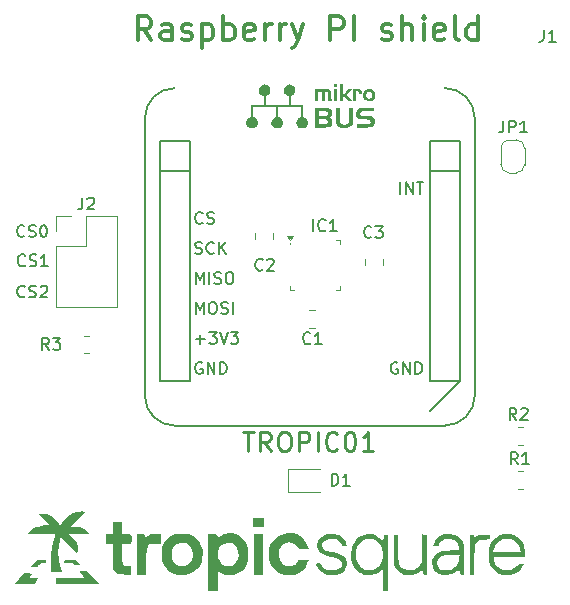
<source format=gbr>
%TF.GenerationSoftware,KiCad,Pcbnew,8.0.7+1*%
%TF.CreationDate,2025-02-19T14:48:18+01:00*%
%TF.ProjectId,ts15-rpi-shield,74733135-2d72-4706-992d-736869656c64,rev?*%
%TF.SameCoordinates,Original*%
%TF.FileFunction,Legend,Top*%
%TF.FilePolarity,Positive*%
%FSLAX46Y46*%
G04 Gerber Fmt 4.6, Leading zero omitted, Abs format (unit mm)*
G04 Created by KiCad (PCBNEW 8.0.7+1) date 2025-02-19 14:48:18*
%MOMM*%
%LPD*%
G01*
G04 APERTURE LIST*
%ADD10C,0.150000*%
%ADD11C,0.300000*%
%ADD12C,0.250000*%
%ADD13C,0.120000*%
%ADD14C,0.000000*%
%ADD15C,0.127000*%
G04 APERTURE END LIST*
D10*
X116538207Y-101674580D02*
X116490588Y-101722200D01*
X116490588Y-101722200D02*
X116347731Y-101769819D01*
X116347731Y-101769819D02*
X116252493Y-101769819D01*
X116252493Y-101769819D02*
X116109636Y-101722200D01*
X116109636Y-101722200D02*
X116014398Y-101626961D01*
X116014398Y-101626961D02*
X115966779Y-101531723D01*
X115966779Y-101531723D02*
X115919160Y-101341247D01*
X115919160Y-101341247D02*
X115919160Y-101198390D01*
X115919160Y-101198390D02*
X115966779Y-101007914D01*
X115966779Y-101007914D02*
X116014398Y-100912676D01*
X116014398Y-100912676D02*
X116109636Y-100817438D01*
X116109636Y-100817438D02*
X116252493Y-100769819D01*
X116252493Y-100769819D02*
X116347731Y-100769819D01*
X116347731Y-100769819D02*
X116490588Y-100817438D01*
X116490588Y-100817438D02*
X116538207Y-100865057D01*
X116919160Y-101722200D02*
X117062017Y-101769819D01*
X117062017Y-101769819D02*
X117300112Y-101769819D01*
X117300112Y-101769819D02*
X117395350Y-101722200D01*
X117395350Y-101722200D02*
X117442969Y-101674580D01*
X117442969Y-101674580D02*
X117490588Y-101579342D01*
X117490588Y-101579342D02*
X117490588Y-101484104D01*
X117490588Y-101484104D02*
X117442969Y-101388866D01*
X117442969Y-101388866D02*
X117395350Y-101341247D01*
X117395350Y-101341247D02*
X117300112Y-101293628D01*
X117300112Y-101293628D02*
X117109636Y-101246009D01*
X117109636Y-101246009D02*
X117014398Y-101198390D01*
X117014398Y-101198390D02*
X116966779Y-101150771D01*
X116966779Y-101150771D02*
X116919160Y-101055533D01*
X116919160Y-101055533D02*
X116919160Y-100960295D01*
X116919160Y-100960295D02*
X116966779Y-100865057D01*
X116966779Y-100865057D02*
X117014398Y-100817438D01*
X117014398Y-100817438D02*
X117109636Y-100769819D01*
X117109636Y-100769819D02*
X117347731Y-100769819D01*
X117347731Y-100769819D02*
X117490588Y-100817438D01*
X117871541Y-100865057D02*
X117919160Y-100817438D01*
X117919160Y-100817438D02*
X118014398Y-100769819D01*
X118014398Y-100769819D02*
X118252493Y-100769819D01*
X118252493Y-100769819D02*
X118347731Y-100817438D01*
X118347731Y-100817438D02*
X118395350Y-100865057D01*
X118395350Y-100865057D02*
X118442969Y-100960295D01*
X118442969Y-100960295D02*
X118442969Y-101055533D01*
X118442969Y-101055533D02*
X118395350Y-101198390D01*
X118395350Y-101198390D02*
X117823922Y-101769819D01*
X117823922Y-101769819D02*
X118442969Y-101769819D01*
X116568207Y-99044580D02*
X116520588Y-99092200D01*
X116520588Y-99092200D02*
X116377731Y-99139819D01*
X116377731Y-99139819D02*
X116282493Y-99139819D01*
X116282493Y-99139819D02*
X116139636Y-99092200D01*
X116139636Y-99092200D02*
X116044398Y-98996961D01*
X116044398Y-98996961D02*
X115996779Y-98901723D01*
X115996779Y-98901723D02*
X115949160Y-98711247D01*
X115949160Y-98711247D02*
X115949160Y-98568390D01*
X115949160Y-98568390D02*
X115996779Y-98377914D01*
X115996779Y-98377914D02*
X116044398Y-98282676D01*
X116044398Y-98282676D02*
X116139636Y-98187438D01*
X116139636Y-98187438D02*
X116282493Y-98139819D01*
X116282493Y-98139819D02*
X116377731Y-98139819D01*
X116377731Y-98139819D02*
X116520588Y-98187438D01*
X116520588Y-98187438D02*
X116568207Y-98235057D01*
X116949160Y-99092200D02*
X117092017Y-99139819D01*
X117092017Y-99139819D02*
X117330112Y-99139819D01*
X117330112Y-99139819D02*
X117425350Y-99092200D01*
X117425350Y-99092200D02*
X117472969Y-99044580D01*
X117472969Y-99044580D02*
X117520588Y-98949342D01*
X117520588Y-98949342D02*
X117520588Y-98854104D01*
X117520588Y-98854104D02*
X117472969Y-98758866D01*
X117472969Y-98758866D02*
X117425350Y-98711247D01*
X117425350Y-98711247D02*
X117330112Y-98663628D01*
X117330112Y-98663628D02*
X117139636Y-98616009D01*
X117139636Y-98616009D02*
X117044398Y-98568390D01*
X117044398Y-98568390D02*
X116996779Y-98520771D01*
X116996779Y-98520771D02*
X116949160Y-98425533D01*
X116949160Y-98425533D02*
X116949160Y-98330295D01*
X116949160Y-98330295D02*
X116996779Y-98235057D01*
X116996779Y-98235057D02*
X117044398Y-98187438D01*
X117044398Y-98187438D02*
X117139636Y-98139819D01*
X117139636Y-98139819D02*
X117377731Y-98139819D01*
X117377731Y-98139819D02*
X117520588Y-98187438D01*
X118472969Y-99139819D02*
X117901541Y-99139819D01*
X118187255Y-99139819D02*
X118187255Y-98139819D01*
X118187255Y-98139819D02*
X118092017Y-98282676D01*
X118092017Y-98282676D02*
X117996779Y-98377914D01*
X117996779Y-98377914D02*
X117901541Y-98425533D01*
X116508207Y-96564580D02*
X116460588Y-96612200D01*
X116460588Y-96612200D02*
X116317731Y-96659819D01*
X116317731Y-96659819D02*
X116222493Y-96659819D01*
X116222493Y-96659819D02*
X116079636Y-96612200D01*
X116079636Y-96612200D02*
X115984398Y-96516961D01*
X115984398Y-96516961D02*
X115936779Y-96421723D01*
X115936779Y-96421723D02*
X115889160Y-96231247D01*
X115889160Y-96231247D02*
X115889160Y-96088390D01*
X115889160Y-96088390D02*
X115936779Y-95897914D01*
X115936779Y-95897914D02*
X115984398Y-95802676D01*
X115984398Y-95802676D02*
X116079636Y-95707438D01*
X116079636Y-95707438D02*
X116222493Y-95659819D01*
X116222493Y-95659819D02*
X116317731Y-95659819D01*
X116317731Y-95659819D02*
X116460588Y-95707438D01*
X116460588Y-95707438D02*
X116508207Y-95755057D01*
X116889160Y-96612200D02*
X117032017Y-96659819D01*
X117032017Y-96659819D02*
X117270112Y-96659819D01*
X117270112Y-96659819D02*
X117365350Y-96612200D01*
X117365350Y-96612200D02*
X117412969Y-96564580D01*
X117412969Y-96564580D02*
X117460588Y-96469342D01*
X117460588Y-96469342D02*
X117460588Y-96374104D01*
X117460588Y-96374104D02*
X117412969Y-96278866D01*
X117412969Y-96278866D02*
X117365350Y-96231247D01*
X117365350Y-96231247D02*
X117270112Y-96183628D01*
X117270112Y-96183628D02*
X117079636Y-96136009D01*
X117079636Y-96136009D02*
X116984398Y-96088390D01*
X116984398Y-96088390D02*
X116936779Y-96040771D01*
X116936779Y-96040771D02*
X116889160Y-95945533D01*
X116889160Y-95945533D02*
X116889160Y-95850295D01*
X116889160Y-95850295D02*
X116936779Y-95755057D01*
X116936779Y-95755057D02*
X116984398Y-95707438D01*
X116984398Y-95707438D02*
X117079636Y-95659819D01*
X117079636Y-95659819D02*
X117317731Y-95659819D01*
X117317731Y-95659819D02*
X117460588Y-95707438D01*
X118079636Y-95659819D02*
X118174874Y-95659819D01*
X118174874Y-95659819D02*
X118270112Y-95707438D01*
X118270112Y-95707438D02*
X118317731Y-95755057D01*
X118317731Y-95755057D02*
X118365350Y-95850295D01*
X118365350Y-95850295D02*
X118412969Y-96040771D01*
X118412969Y-96040771D02*
X118412969Y-96278866D01*
X118412969Y-96278866D02*
X118365350Y-96469342D01*
X118365350Y-96469342D02*
X118317731Y-96564580D01*
X118317731Y-96564580D02*
X118270112Y-96612200D01*
X118270112Y-96612200D02*
X118174874Y-96659819D01*
X118174874Y-96659819D02*
X118079636Y-96659819D01*
X118079636Y-96659819D02*
X117984398Y-96612200D01*
X117984398Y-96612200D02*
X117936779Y-96564580D01*
X117936779Y-96564580D02*
X117889160Y-96469342D01*
X117889160Y-96469342D02*
X117841541Y-96278866D01*
X117841541Y-96278866D02*
X117841541Y-96040771D01*
X117841541Y-96040771D02*
X117889160Y-95850295D01*
X117889160Y-95850295D02*
X117936779Y-95755057D01*
X117936779Y-95755057D02*
X117984398Y-95707438D01*
X117984398Y-95707438D02*
X118079636Y-95659819D01*
D11*
X127261903Y-79989638D02*
X126595236Y-79037257D01*
X126119046Y-79989638D02*
X126119046Y-77989638D01*
X126119046Y-77989638D02*
X126880951Y-77989638D01*
X126880951Y-77989638D02*
X127071427Y-78084876D01*
X127071427Y-78084876D02*
X127166665Y-78180114D01*
X127166665Y-78180114D02*
X127261903Y-78370590D01*
X127261903Y-78370590D02*
X127261903Y-78656304D01*
X127261903Y-78656304D02*
X127166665Y-78846780D01*
X127166665Y-78846780D02*
X127071427Y-78942019D01*
X127071427Y-78942019D02*
X126880951Y-79037257D01*
X126880951Y-79037257D02*
X126119046Y-79037257D01*
X128976189Y-79989638D02*
X128976189Y-78942019D01*
X128976189Y-78942019D02*
X128880951Y-78751542D01*
X128880951Y-78751542D02*
X128690475Y-78656304D01*
X128690475Y-78656304D02*
X128309522Y-78656304D01*
X128309522Y-78656304D02*
X128119046Y-78751542D01*
X128976189Y-79894400D02*
X128785713Y-79989638D01*
X128785713Y-79989638D02*
X128309522Y-79989638D01*
X128309522Y-79989638D02*
X128119046Y-79894400D01*
X128119046Y-79894400D02*
X128023808Y-79703923D01*
X128023808Y-79703923D02*
X128023808Y-79513447D01*
X128023808Y-79513447D02*
X128119046Y-79322971D01*
X128119046Y-79322971D02*
X128309522Y-79227733D01*
X128309522Y-79227733D02*
X128785713Y-79227733D01*
X128785713Y-79227733D02*
X128976189Y-79132495D01*
X129833332Y-79894400D02*
X130023808Y-79989638D01*
X130023808Y-79989638D02*
X130404760Y-79989638D01*
X130404760Y-79989638D02*
X130595237Y-79894400D01*
X130595237Y-79894400D02*
X130690475Y-79703923D01*
X130690475Y-79703923D02*
X130690475Y-79608685D01*
X130690475Y-79608685D02*
X130595237Y-79418209D01*
X130595237Y-79418209D02*
X130404760Y-79322971D01*
X130404760Y-79322971D02*
X130119046Y-79322971D01*
X130119046Y-79322971D02*
X129928570Y-79227733D01*
X129928570Y-79227733D02*
X129833332Y-79037257D01*
X129833332Y-79037257D02*
X129833332Y-78942019D01*
X129833332Y-78942019D02*
X129928570Y-78751542D01*
X129928570Y-78751542D02*
X130119046Y-78656304D01*
X130119046Y-78656304D02*
X130404760Y-78656304D01*
X130404760Y-78656304D02*
X130595237Y-78751542D01*
X131547618Y-78656304D02*
X131547618Y-80656304D01*
X131547618Y-78751542D02*
X131738094Y-78656304D01*
X131738094Y-78656304D02*
X132119047Y-78656304D01*
X132119047Y-78656304D02*
X132309523Y-78751542D01*
X132309523Y-78751542D02*
X132404761Y-78846780D01*
X132404761Y-78846780D02*
X132499999Y-79037257D01*
X132499999Y-79037257D02*
X132499999Y-79608685D01*
X132499999Y-79608685D02*
X132404761Y-79799161D01*
X132404761Y-79799161D02*
X132309523Y-79894400D01*
X132309523Y-79894400D02*
X132119047Y-79989638D01*
X132119047Y-79989638D02*
X131738094Y-79989638D01*
X131738094Y-79989638D02*
X131547618Y-79894400D01*
X133357142Y-79989638D02*
X133357142Y-77989638D01*
X133357142Y-78751542D02*
X133547618Y-78656304D01*
X133547618Y-78656304D02*
X133928571Y-78656304D01*
X133928571Y-78656304D02*
X134119047Y-78751542D01*
X134119047Y-78751542D02*
X134214285Y-78846780D01*
X134214285Y-78846780D02*
X134309523Y-79037257D01*
X134309523Y-79037257D02*
X134309523Y-79608685D01*
X134309523Y-79608685D02*
X134214285Y-79799161D01*
X134214285Y-79799161D02*
X134119047Y-79894400D01*
X134119047Y-79894400D02*
X133928571Y-79989638D01*
X133928571Y-79989638D02*
X133547618Y-79989638D01*
X133547618Y-79989638D02*
X133357142Y-79894400D01*
X135928571Y-79894400D02*
X135738095Y-79989638D01*
X135738095Y-79989638D02*
X135357142Y-79989638D01*
X135357142Y-79989638D02*
X135166666Y-79894400D01*
X135166666Y-79894400D02*
X135071428Y-79703923D01*
X135071428Y-79703923D02*
X135071428Y-78942019D01*
X135071428Y-78942019D02*
X135166666Y-78751542D01*
X135166666Y-78751542D02*
X135357142Y-78656304D01*
X135357142Y-78656304D02*
X135738095Y-78656304D01*
X135738095Y-78656304D02*
X135928571Y-78751542D01*
X135928571Y-78751542D02*
X136023809Y-78942019D01*
X136023809Y-78942019D02*
X136023809Y-79132495D01*
X136023809Y-79132495D02*
X135071428Y-79322971D01*
X136880952Y-79989638D02*
X136880952Y-78656304D01*
X136880952Y-79037257D02*
X136976190Y-78846780D01*
X136976190Y-78846780D02*
X137071428Y-78751542D01*
X137071428Y-78751542D02*
X137261904Y-78656304D01*
X137261904Y-78656304D02*
X137452381Y-78656304D01*
X138119047Y-79989638D02*
X138119047Y-78656304D01*
X138119047Y-79037257D02*
X138214285Y-78846780D01*
X138214285Y-78846780D02*
X138309523Y-78751542D01*
X138309523Y-78751542D02*
X138499999Y-78656304D01*
X138499999Y-78656304D02*
X138690476Y-78656304D01*
X139166666Y-78656304D02*
X139642856Y-79989638D01*
X140119047Y-78656304D02*
X139642856Y-79989638D01*
X139642856Y-79989638D02*
X139452380Y-80465828D01*
X139452380Y-80465828D02*
X139357142Y-80561066D01*
X139357142Y-80561066D02*
X139166666Y-80656304D01*
X142404762Y-79989638D02*
X142404762Y-77989638D01*
X142404762Y-77989638D02*
X143166667Y-77989638D01*
X143166667Y-77989638D02*
X143357143Y-78084876D01*
X143357143Y-78084876D02*
X143452381Y-78180114D01*
X143452381Y-78180114D02*
X143547619Y-78370590D01*
X143547619Y-78370590D02*
X143547619Y-78656304D01*
X143547619Y-78656304D02*
X143452381Y-78846780D01*
X143452381Y-78846780D02*
X143357143Y-78942019D01*
X143357143Y-78942019D02*
X143166667Y-79037257D01*
X143166667Y-79037257D02*
X142404762Y-79037257D01*
X144404762Y-79989638D02*
X144404762Y-77989638D01*
X146785715Y-79894400D02*
X146976191Y-79989638D01*
X146976191Y-79989638D02*
X147357143Y-79989638D01*
X147357143Y-79989638D02*
X147547620Y-79894400D01*
X147547620Y-79894400D02*
X147642858Y-79703923D01*
X147642858Y-79703923D02*
X147642858Y-79608685D01*
X147642858Y-79608685D02*
X147547620Y-79418209D01*
X147547620Y-79418209D02*
X147357143Y-79322971D01*
X147357143Y-79322971D02*
X147071429Y-79322971D01*
X147071429Y-79322971D02*
X146880953Y-79227733D01*
X146880953Y-79227733D02*
X146785715Y-79037257D01*
X146785715Y-79037257D02*
X146785715Y-78942019D01*
X146785715Y-78942019D02*
X146880953Y-78751542D01*
X146880953Y-78751542D02*
X147071429Y-78656304D01*
X147071429Y-78656304D02*
X147357143Y-78656304D01*
X147357143Y-78656304D02*
X147547620Y-78751542D01*
X148500001Y-79989638D02*
X148500001Y-77989638D01*
X149357144Y-79989638D02*
X149357144Y-78942019D01*
X149357144Y-78942019D02*
X149261906Y-78751542D01*
X149261906Y-78751542D02*
X149071430Y-78656304D01*
X149071430Y-78656304D02*
X148785715Y-78656304D01*
X148785715Y-78656304D02*
X148595239Y-78751542D01*
X148595239Y-78751542D02*
X148500001Y-78846780D01*
X150309525Y-79989638D02*
X150309525Y-78656304D01*
X150309525Y-77989638D02*
X150214287Y-78084876D01*
X150214287Y-78084876D02*
X150309525Y-78180114D01*
X150309525Y-78180114D02*
X150404763Y-78084876D01*
X150404763Y-78084876D02*
X150309525Y-77989638D01*
X150309525Y-77989638D02*
X150309525Y-78180114D01*
X152023811Y-79894400D02*
X151833335Y-79989638D01*
X151833335Y-79989638D02*
X151452382Y-79989638D01*
X151452382Y-79989638D02*
X151261906Y-79894400D01*
X151261906Y-79894400D02*
X151166668Y-79703923D01*
X151166668Y-79703923D02*
X151166668Y-78942019D01*
X151166668Y-78942019D02*
X151261906Y-78751542D01*
X151261906Y-78751542D02*
X151452382Y-78656304D01*
X151452382Y-78656304D02*
X151833335Y-78656304D01*
X151833335Y-78656304D02*
X152023811Y-78751542D01*
X152023811Y-78751542D02*
X152119049Y-78942019D01*
X152119049Y-78942019D02*
X152119049Y-79132495D01*
X152119049Y-79132495D02*
X151166668Y-79322971D01*
X153261906Y-79989638D02*
X153071430Y-79894400D01*
X153071430Y-79894400D02*
X152976192Y-79703923D01*
X152976192Y-79703923D02*
X152976192Y-77989638D01*
X154880954Y-79989638D02*
X154880954Y-77989638D01*
X154880954Y-79894400D02*
X154690478Y-79989638D01*
X154690478Y-79989638D02*
X154309525Y-79989638D01*
X154309525Y-79989638D02*
X154119049Y-79894400D01*
X154119049Y-79894400D02*
X154023811Y-79799161D01*
X154023811Y-79799161D02*
X153928573Y-79608685D01*
X153928573Y-79608685D02*
X153928573Y-79037257D01*
X153928573Y-79037257D02*
X154023811Y-78846780D01*
X154023811Y-78846780D02*
X154119049Y-78751542D01*
X154119049Y-78751542D02*
X154309525Y-78656304D01*
X154309525Y-78656304D02*
X154690478Y-78656304D01*
X154690478Y-78656304D02*
X154880954Y-78751542D01*
D10*
X121411666Y-93319819D02*
X121411666Y-94034104D01*
X121411666Y-94034104D02*
X121364047Y-94176961D01*
X121364047Y-94176961D02*
X121268809Y-94272200D01*
X121268809Y-94272200D02*
X121125952Y-94319819D01*
X121125952Y-94319819D02*
X121030714Y-94319819D01*
X121840238Y-93415057D02*
X121887857Y-93367438D01*
X121887857Y-93367438D02*
X121983095Y-93319819D01*
X121983095Y-93319819D02*
X122221190Y-93319819D01*
X122221190Y-93319819D02*
X122316428Y-93367438D01*
X122316428Y-93367438D02*
X122364047Y-93415057D01*
X122364047Y-93415057D02*
X122411666Y-93510295D01*
X122411666Y-93510295D02*
X122411666Y-93605533D01*
X122411666Y-93605533D02*
X122364047Y-93748390D01*
X122364047Y-93748390D02*
X121792619Y-94319819D01*
X121792619Y-94319819D02*
X122411666Y-94319819D01*
X145883333Y-96639580D02*
X145835714Y-96687200D01*
X145835714Y-96687200D02*
X145692857Y-96734819D01*
X145692857Y-96734819D02*
X145597619Y-96734819D01*
X145597619Y-96734819D02*
X145454762Y-96687200D01*
X145454762Y-96687200D02*
X145359524Y-96591961D01*
X145359524Y-96591961D02*
X145311905Y-96496723D01*
X145311905Y-96496723D02*
X145264286Y-96306247D01*
X145264286Y-96306247D02*
X145264286Y-96163390D01*
X145264286Y-96163390D02*
X145311905Y-95972914D01*
X145311905Y-95972914D02*
X145359524Y-95877676D01*
X145359524Y-95877676D02*
X145454762Y-95782438D01*
X145454762Y-95782438D02*
X145597619Y-95734819D01*
X145597619Y-95734819D02*
X145692857Y-95734819D01*
X145692857Y-95734819D02*
X145835714Y-95782438D01*
X145835714Y-95782438D02*
X145883333Y-95830057D01*
X146216667Y-95734819D02*
X146835714Y-95734819D01*
X146835714Y-95734819D02*
X146502381Y-96115771D01*
X146502381Y-96115771D02*
X146645238Y-96115771D01*
X146645238Y-96115771D02*
X146740476Y-96163390D01*
X146740476Y-96163390D02*
X146788095Y-96211009D01*
X146788095Y-96211009D02*
X146835714Y-96306247D01*
X146835714Y-96306247D02*
X146835714Y-96544342D01*
X146835714Y-96544342D02*
X146788095Y-96639580D01*
X146788095Y-96639580D02*
X146740476Y-96687200D01*
X146740476Y-96687200D02*
X146645238Y-96734819D01*
X146645238Y-96734819D02*
X146359524Y-96734819D01*
X146359524Y-96734819D02*
X146264286Y-96687200D01*
X146264286Y-96687200D02*
X146216667Y-96639580D01*
X136683333Y-99409580D02*
X136635714Y-99457200D01*
X136635714Y-99457200D02*
X136492857Y-99504819D01*
X136492857Y-99504819D02*
X136397619Y-99504819D01*
X136397619Y-99504819D02*
X136254762Y-99457200D01*
X136254762Y-99457200D02*
X136159524Y-99361961D01*
X136159524Y-99361961D02*
X136111905Y-99266723D01*
X136111905Y-99266723D02*
X136064286Y-99076247D01*
X136064286Y-99076247D02*
X136064286Y-98933390D01*
X136064286Y-98933390D02*
X136111905Y-98742914D01*
X136111905Y-98742914D02*
X136159524Y-98647676D01*
X136159524Y-98647676D02*
X136254762Y-98552438D01*
X136254762Y-98552438D02*
X136397619Y-98504819D01*
X136397619Y-98504819D02*
X136492857Y-98504819D01*
X136492857Y-98504819D02*
X136635714Y-98552438D01*
X136635714Y-98552438D02*
X136683333Y-98600057D01*
X137064286Y-98600057D02*
X137111905Y-98552438D01*
X137111905Y-98552438D02*
X137207143Y-98504819D01*
X137207143Y-98504819D02*
X137445238Y-98504819D01*
X137445238Y-98504819D02*
X137540476Y-98552438D01*
X137540476Y-98552438D02*
X137588095Y-98600057D01*
X137588095Y-98600057D02*
X137635714Y-98695295D01*
X137635714Y-98695295D02*
X137635714Y-98790533D01*
X137635714Y-98790533D02*
X137588095Y-98933390D01*
X137588095Y-98933390D02*
X137016667Y-99504819D01*
X137016667Y-99504819D02*
X137635714Y-99504819D01*
X140720833Y-105639580D02*
X140673214Y-105687200D01*
X140673214Y-105687200D02*
X140530357Y-105734819D01*
X140530357Y-105734819D02*
X140435119Y-105734819D01*
X140435119Y-105734819D02*
X140292262Y-105687200D01*
X140292262Y-105687200D02*
X140197024Y-105591961D01*
X140197024Y-105591961D02*
X140149405Y-105496723D01*
X140149405Y-105496723D02*
X140101786Y-105306247D01*
X140101786Y-105306247D02*
X140101786Y-105163390D01*
X140101786Y-105163390D02*
X140149405Y-104972914D01*
X140149405Y-104972914D02*
X140197024Y-104877676D01*
X140197024Y-104877676D02*
X140292262Y-104782438D01*
X140292262Y-104782438D02*
X140435119Y-104734819D01*
X140435119Y-104734819D02*
X140530357Y-104734819D01*
X140530357Y-104734819D02*
X140673214Y-104782438D01*
X140673214Y-104782438D02*
X140720833Y-104830057D01*
X141673214Y-105734819D02*
X141101786Y-105734819D01*
X141387500Y-105734819D02*
X141387500Y-104734819D01*
X141387500Y-104734819D02*
X141292262Y-104877676D01*
X141292262Y-104877676D02*
X141197024Y-104972914D01*
X141197024Y-104972914D02*
X141101786Y-105020533D01*
D12*
X134999999Y-113177190D02*
X135914285Y-113177190D01*
X135457142Y-114777190D02*
X135457142Y-113177190D01*
X137361905Y-114777190D02*
X136828571Y-114015285D01*
X136447619Y-114777190D02*
X136447619Y-113177190D01*
X136447619Y-113177190D02*
X137057143Y-113177190D01*
X137057143Y-113177190D02*
X137209524Y-113253380D01*
X137209524Y-113253380D02*
X137285714Y-113329571D01*
X137285714Y-113329571D02*
X137361905Y-113481952D01*
X137361905Y-113481952D02*
X137361905Y-113710523D01*
X137361905Y-113710523D02*
X137285714Y-113862904D01*
X137285714Y-113862904D02*
X137209524Y-113939095D01*
X137209524Y-113939095D02*
X137057143Y-114015285D01*
X137057143Y-114015285D02*
X136447619Y-114015285D01*
X138352381Y-113177190D02*
X138657143Y-113177190D01*
X138657143Y-113177190D02*
X138809524Y-113253380D01*
X138809524Y-113253380D02*
X138961905Y-113405761D01*
X138961905Y-113405761D02*
X139038095Y-113710523D01*
X139038095Y-113710523D02*
X139038095Y-114243857D01*
X139038095Y-114243857D02*
X138961905Y-114548619D01*
X138961905Y-114548619D02*
X138809524Y-114701000D01*
X138809524Y-114701000D02*
X138657143Y-114777190D01*
X138657143Y-114777190D02*
X138352381Y-114777190D01*
X138352381Y-114777190D02*
X138200000Y-114701000D01*
X138200000Y-114701000D02*
X138047619Y-114548619D01*
X138047619Y-114548619D02*
X137971428Y-114243857D01*
X137971428Y-114243857D02*
X137971428Y-113710523D01*
X137971428Y-113710523D02*
X138047619Y-113405761D01*
X138047619Y-113405761D02*
X138200000Y-113253380D01*
X138200000Y-113253380D02*
X138352381Y-113177190D01*
X139723809Y-114777190D02*
X139723809Y-113177190D01*
X139723809Y-113177190D02*
X140333333Y-113177190D01*
X140333333Y-113177190D02*
X140485714Y-113253380D01*
X140485714Y-113253380D02*
X140561904Y-113329571D01*
X140561904Y-113329571D02*
X140638095Y-113481952D01*
X140638095Y-113481952D02*
X140638095Y-113710523D01*
X140638095Y-113710523D02*
X140561904Y-113862904D01*
X140561904Y-113862904D02*
X140485714Y-113939095D01*
X140485714Y-113939095D02*
X140333333Y-114015285D01*
X140333333Y-114015285D02*
X139723809Y-114015285D01*
X141323809Y-114777190D02*
X141323809Y-113177190D01*
X143000000Y-114624809D02*
X142923809Y-114701000D01*
X142923809Y-114701000D02*
X142695238Y-114777190D01*
X142695238Y-114777190D02*
X142542857Y-114777190D01*
X142542857Y-114777190D02*
X142314285Y-114701000D01*
X142314285Y-114701000D02*
X142161904Y-114548619D01*
X142161904Y-114548619D02*
X142085714Y-114396238D01*
X142085714Y-114396238D02*
X142009523Y-114091476D01*
X142009523Y-114091476D02*
X142009523Y-113862904D01*
X142009523Y-113862904D02*
X142085714Y-113558142D01*
X142085714Y-113558142D02*
X142161904Y-113405761D01*
X142161904Y-113405761D02*
X142314285Y-113253380D01*
X142314285Y-113253380D02*
X142542857Y-113177190D01*
X142542857Y-113177190D02*
X142695238Y-113177190D01*
X142695238Y-113177190D02*
X142923809Y-113253380D01*
X142923809Y-113253380D02*
X143000000Y-113329571D01*
X143990476Y-113177190D02*
X144142857Y-113177190D01*
X144142857Y-113177190D02*
X144295238Y-113253380D01*
X144295238Y-113253380D02*
X144371428Y-113329571D01*
X144371428Y-113329571D02*
X144447619Y-113481952D01*
X144447619Y-113481952D02*
X144523809Y-113786714D01*
X144523809Y-113786714D02*
X144523809Y-114167666D01*
X144523809Y-114167666D02*
X144447619Y-114472428D01*
X144447619Y-114472428D02*
X144371428Y-114624809D01*
X144371428Y-114624809D02*
X144295238Y-114701000D01*
X144295238Y-114701000D02*
X144142857Y-114777190D01*
X144142857Y-114777190D02*
X143990476Y-114777190D01*
X143990476Y-114777190D02*
X143838095Y-114701000D01*
X143838095Y-114701000D02*
X143761904Y-114624809D01*
X143761904Y-114624809D02*
X143685714Y-114472428D01*
X143685714Y-114472428D02*
X143609523Y-114167666D01*
X143609523Y-114167666D02*
X143609523Y-113786714D01*
X143609523Y-113786714D02*
X143685714Y-113481952D01*
X143685714Y-113481952D02*
X143761904Y-113329571D01*
X143761904Y-113329571D02*
X143838095Y-113253380D01*
X143838095Y-113253380D02*
X143990476Y-113177190D01*
X146047619Y-114777190D02*
X145133333Y-114777190D01*
X145590476Y-114777190D02*
X145590476Y-113177190D01*
X145590476Y-113177190D02*
X145438095Y-113405761D01*
X145438095Y-113405761D02*
X145285714Y-113558142D01*
X145285714Y-113558142D02*
X145133333Y-113634333D01*
D10*
X131018095Y-105318866D02*
X131780000Y-105318866D01*
X131399047Y-105699819D02*
X131399047Y-104937914D01*
X132160952Y-104699819D02*
X132779999Y-104699819D01*
X132779999Y-104699819D02*
X132446666Y-105080771D01*
X132446666Y-105080771D02*
X132589523Y-105080771D01*
X132589523Y-105080771D02*
X132684761Y-105128390D01*
X132684761Y-105128390D02*
X132732380Y-105176009D01*
X132732380Y-105176009D02*
X132779999Y-105271247D01*
X132779999Y-105271247D02*
X132779999Y-105509342D01*
X132779999Y-105509342D02*
X132732380Y-105604580D01*
X132732380Y-105604580D02*
X132684761Y-105652200D01*
X132684761Y-105652200D02*
X132589523Y-105699819D01*
X132589523Y-105699819D02*
X132303809Y-105699819D01*
X132303809Y-105699819D02*
X132208571Y-105652200D01*
X132208571Y-105652200D02*
X132160952Y-105604580D01*
X133065714Y-104699819D02*
X133399047Y-105699819D01*
X133399047Y-105699819D02*
X133732380Y-104699819D01*
X133970476Y-104699819D02*
X134589523Y-104699819D01*
X134589523Y-104699819D02*
X134256190Y-105080771D01*
X134256190Y-105080771D02*
X134399047Y-105080771D01*
X134399047Y-105080771D02*
X134494285Y-105128390D01*
X134494285Y-105128390D02*
X134541904Y-105176009D01*
X134541904Y-105176009D02*
X134589523Y-105271247D01*
X134589523Y-105271247D02*
X134589523Y-105509342D01*
X134589523Y-105509342D02*
X134541904Y-105604580D01*
X134541904Y-105604580D02*
X134494285Y-105652200D01*
X134494285Y-105652200D02*
X134399047Y-105699819D01*
X134399047Y-105699819D02*
X134113333Y-105699819D01*
X134113333Y-105699819D02*
X134018095Y-105652200D01*
X134018095Y-105652200D02*
X133970476Y-105604580D01*
X148332772Y-92999819D02*
X148332772Y-91999819D01*
X148808962Y-92999819D02*
X148808962Y-91999819D01*
X148808962Y-91999819D02*
X149380390Y-92999819D01*
X149380390Y-92999819D02*
X149380390Y-91999819D01*
X149713724Y-91999819D02*
X150285152Y-91999819D01*
X149999438Y-92999819D02*
X149999438Y-91999819D01*
X130970476Y-98032200D02*
X131113333Y-98079819D01*
X131113333Y-98079819D02*
X131351428Y-98079819D01*
X131351428Y-98079819D02*
X131446666Y-98032200D01*
X131446666Y-98032200D02*
X131494285Y-97984580D01*
X131494285Y-97984580D02*
X131541904Y-97889342D01*
X131541904Y-97889342D02*
X131541904Y-97794104D01*
X131541904Y-97794104D02*
X131494285Y-97698866D01*
X131494285Y-97698866D02*
X131446666Y-97651247D01*
X131446666Y-97651247D02*
X131351428Y-97603628D01*
X131351428Y-97603628D02*
X131160952Y-97556009D01*
X131160952Y-97556009D02*
X131065714Y-97508390D01*
X131065714Y-97508390D02*
X131018095Y-97460771D01*
X131018095Y-97460771D02*
X130970476Y-97365533D01*
X130970476Y-97365533D02*
X130970476Y-97270295D01*
X130970476Y-97270295D02*
X131018095Y-97175057D01*
X131018095Y-97175057D02*
X131065714Y-97127438D01*
X131065714Y-97127438D02*
X131160952Y-97079819D01*
X131160952Y-97079819D02*
X131399047Y-97079819D01*
X131399047Y-97079819D02*
X131541904Y-97127438D01*
X132541904Y-97984580D02*
X132494285Y-98032200D01*
X132494285Y-98032200D02*
X132351428Y-98079819D01*
X132351428Y-98079819D02*
X132256190Y-98079819D01*
X132256190Y-98079819D02*
X132113333Y-98032200D01*
X132113333Y-98032200D02*
X132018095Y-97936961D01*
X132018095Y-97936961D02*
X131970476Y-97841723D01*
X131970476Y-97841723D02*
X131922857Y-97651247D01*
X131922857Y-97651247D02*
X131922857Y-97508390D01*
X131922857Y-97508390D02*
X131970476Y-97317914D01*
X131970476Y-97317914D02*
X132018095Y-97222676D01*
X132018095Y-97222676D02*
X132113333Y-97127438D01*
X132113333Y-97127438D02*
X132256190Y-97079819D01*
X132256190Y-97079819D02*
X132351428Y-97079819D01*
X132351428Y-97079819D02*
X132494285Y-97127438D01*
X132494285Y-97127438D02*
X132541904Y-97175057D01*
X132970476Y-98079819D02*
X132970476Y-97079819D01*
X133541904Y-98079819D02*
X133113333Y-97508390D01*
X133541904Y-97079819D02*
X132970476Y-97651247D01*
X131541904Y-107287438D02*
X131446666Y-107239819D01*
X131446666Y-107239819D02*
X131303809Y-107239819D01*
X131303809Y-107239819D02*
X131160952Y-107287438D01*
X131160952Y-107287438D02*
X131065714Y-107382676D01*
X131065714Y-107382676D02*
X131018095Y-107477914D01*
X131018095Y-107477914D02*
X130970476Y-107668390D01*
X130970476Y-107668390D02*
X130970476Y-107811247D01*
X130970476Y-107811247D02*
X131018095Y-108001723D01*
X131018095Y-108001723D02*
X131065714Y-108096961D01*
X131065714Y-108096961D02*
X131160952Y-108192200D01*
X131160952Y-108192200D02*
X131303809Y-108239819D01*
X131303809Y-108239819D02*
X131399047Y-108239819D01*
X131399047Y-108239819D02*
X131541904Y-108192200D01*
X131541904Y-108192200D02*
X131589523Y-108144580D01*
X131589523Y-108144580D02*
X131589523Y-107811247D01*
X131589523Y-107811247D02*
X131399047Y-107811247D01*
X132018095Y-108239819D02*
X132018095Y-107239819D01*
X132018095Y-107239819D02*
X132589523Y-108239819D01*
X132589523Y-108239819D02*
X132589523Y-107239819D01*
X133065714Y-108239819D02*
X133065714Y-107239819D01*
X133065714Y-107239819D02*
X133303809Y-107239819D01*
X133303809Y-107239819D02*
X133446666Y-107287438D01*
X133446666Y-107287438D02*
X133541904Y-107382676D01*
X133541904Y-107382676D02*
X133589523Y-107477914D01*
X133589523Y-107477914D02*
X133637142Y-107668390D01*
X133637142Y-107668390D02*
X133637142Y-107811247D01*
X133637142Y-107811247D02*
X133589523Y-108001723D01*
X133589523Y-108001723D02*
X133541904Y-108096961D01*
X133541904Y-108096961D02*
X133446666Y-108192200D01*
X133446666Y-108192200D02*
X133303809Y-108239819D01*
X133303809Y-108239819D02*
X133065714Y-108239819D01*
X131018096Y-103159819D02*
X131018096Y-102159819D01*
X131018096Y-102159819D02*
X131351429Y-102874104D01*
X131351429Y-102874104D02*
X131684762Y-102159819D01*
X131684762Y-102159819D02*
X131684762Y-103159819D01*
X132351429Y-102159819D02*
X132541905Y-102159819D01*
X132541905Y-102159819D02*
X132637143Y-102207438D01*
X132637143Y-102207438D02*
X132732381Y-102302676D01*
X132732381Y-102302676D02*
X132780000Y-102493152D01*
X132780000Y-102493152D02*
X132780000Y-102826485D01*
X132780000Y-102826485D02*
X132732381Y-103016961D01*
X132732381Y-103016961D02*
X132637143Y-103112200D01*
X132637143Y-103112200D02*
X132541905Y-103159819D01*
X132541905Y-103159819D02*
X132351429Y-103159819D01*
X132351429Y-103159819D02*
X132256191Y-103112200D01*
X132256191Y-103112200D02*
X132160953Y-103016961D01*
X132160953Y-103016961D02*
X132113334Y-102826485D01*
X132113334Y-102826485D02*
X132113334Y-102493152D01*
X132113334Y-102493152D02*
X132160953Y-102302676D01*
X132160953Y-102302676D02*
X132256191Y-102207438D01*
X132256191Y-102207438D02*
X132351429Y-102159819D01*
X133160953Y-103112200D02*
X133303810Y-103159819D01*
X133303810Y-103159819D02*
X133541905Y-103159819D01*
X133541905Y-103159819D02*
X133637143Y-103112200D01*
X133637143Y-103112200D02*
X133684762Y-103064580D01*
X133684762Y-103064580D02*
X133732381Y-102969342D01*
X133732381Y-102969342D02*
X133732381Y-102874104D01*
X133732381Y-102874104D02*
X133684762Y-102778866D01*
X133684762Y-102778866D02*
X133637143Y-102731247D01*
X133637143Y-102731247D02*
X133541905Y-102683628D01*
X133541905Y-102683628D02*
X133351429Y-102636009D01*
X133351429Y-102636009D02*
X133256191Y-102588390D01*
X133256191Y-102588390D02*
X133208572Y-102540771D01*
X133208572Y-102540771D02*
X133160953Y-102445533D01*
X133160953Y-102445533D02*
X133160953Y-102350295D01*
X133160953Y-102350295D02*
X133208572Y-102255057D01*
X133208572Y-102255057D02*
X133256191Y-102207438D01*
X133256191Y-102207438D02*
X133351429Y-102159819D01*
X133351429Y-102159819D02*
X133589524Y-102159819D01*
X133589524Y-102159819D02*
X133732381Y-102207438D01*
X134160953Y-103159819D02*
X134160953Y-102159819D01*
X131589523Y-95444580D02*
X131541904Y-95492200D01*
X131541904Y-95492200D02*
X131399047Y-95539819D01*
X131399047Y-95539819D02*
X131303809Y-95539819D01*
X131303809Y-95539819D02*
X131160952Y-95492200D01*
X131160952Y-95492200D02*
X131065714Y-95396961D01*
X131065714Y-95396961D02*
X131018095Y-95301723D01*
X131018095Y-95301723D02*
X130970476Y-95111247D01*
X130970476Y-95111247D02*
X130970476Y-94968390D01*
X130970476Y-94968390D02*
X131018095Y-94777914D01*
X131018095Y-94777914D02*
X131065714Y-94682676D01*
X131065714Y-94682676D02*
X131160952Y-94587438D01*
X131160952Y-94587438D02*
X131303809Y-94539819D01*
X131303809Y-94539819D02*
X131399047Y-94539819D01*
X131399047Y-94539819D02*
X131541904Y-94587438D01*
X131541904Y-94587438D02*
X131589523Y-94635057D01*
X131970476Y-95492200D02*
X132113333Y-95539819D01*
X132113333Y-95539819D02*
X132351428Y-95539819D01*
X132351428Y-95539819D02*
X132446666Y-95492200D01*
X132446666Y-95492200D02*
X132494285Y-95444580D01*
X132494285Y-95444580D02*
X132541904Y-95349342D01*
X132541904Y-95349342D02*
X132541904Y-95254104D01*
X132541904Y-95254104D02*
X132494285Y-95158866D01*
X132494285Y-95158866D02*
X132446666Y-95111247D01*
X132446666Y-95111247D02*
X132351428Y-95063628D01*
X132351428Y-95063628D02*
X132160952Y-95016009D01*
X132160952Y-95016009D02*
X132065714Y-94968390D01*
X132065714Y-94968390D02*
X132018095Y-94920771D01*
X132018095Y-94920771D02*
X131970476Y-94825533D01*
X131970476Y-94825533D02*
X131970476Y-94730295D01*
X131970476Y-94730295D02*
X132018095Y-94635057D01*
X132018095Y-94635057D02*
X132065714Y-94587438D01*
X132065714Y-94587438D02*
X132160952Y-94539819D01*
X132160952Y-94539819D02*
X132399047Y-94539819D01*
X132399047Y-94539819D02*
X132541904Y-94587438D01*
X131018096Y-100619819D02*
X131018096Y-99619819D01*
X131018096Y-99619819D02*
X131351429Y-100334104D01*
X131351429Y-100334104D02*
X131684762Y-99619819D01*
X131684762Y-99619819D02*
X131684762Y-100619819D01*
X132160953Y-100619819D02*
X132160953Y-99619819D01*
X132589524Y-100572200D02*
X132732381Y-100619819D01*
X132732381Y-100619819D02*
X132970476Y-100619819D01*
X132970476Y-100619819D02*
X133065714Y-100572200D01*
X133065714Y-100572200D02*
X133113333Y-100524580D01*
X133113333Y-100524580D02*
X133160952Y-100429342D01*
X133160952Y-100429342D02*
X133160952Y-100334104D01*
X133160952Y-100334104D02*
X133113333Y-100238866D01*
X133113333Y-100238866D02*
X133065714Y-100191247D01*
X133065714Y-100191247D02*
X132970476Y-100143628D01*
X132970476Y-100143628D02*
X132780000Y-100096009D01*
X132780000Y-100096009D02*
X132684762Y-100048390D01*
X132684762Y-100048390D02*
X132637143Y-100000771D01*
X132637143Y-100000771D02*
X132589524Y-99905533D01*
X132589524Y-99905533D02*
X132589524Y-99810295D01*
X132589524Y-99810295D02*
X132637143Y-99715057D01*
X132637143Y-99715057D02*
X132684762Y-99667438D01*
X132684762Y-99667438D02*
X132780000Y-99619819D01*
X132780000Y-99619819D02*
X133018095Y-99619819D01*
X133018095Y-99619819D02*
X133160952Y-99667438D01*
X133780000Y-99619819D02*
X133970476Y-99619819D01*
X133970476Y-99619819D02*
X134065714Y-99667438D01*
X134065714Y-99667438D02*
X134160952Y-99762676D01*
X134160952Y-99762676D02*
X134208571Y-99953152D01*
X134208571Y-99953152D02*
X134208571Y-100286485D01*
X134208571Y-100286485D02*
X134160952Y-100476961D01*
X134160952Y-100476961D02*
X134065714Y-100572200D01*
X134065714Y-100572200D02*
X133970476Y-100619819D01*
X133970476Y-100619819D02*
X133780000Y-100619819D01*
X133780000Y-100619819D02*
X133684762Y-100572200D01*
X133684762Y-100572200D02*
X133589524Y-100476961D01*
X133589524Y-100476961D02*
X133541905Y-100286485D01*
X133541905Y-100286485D02*
X133541905Y-99953152D01*
X133541905Y-99953152D02*
X133589524Y-99762676D01*
X133589524Y-99762676D02*
X133684762Y-99667438D01*
X133684762Y-99667438D02*
X133780000Y-99619819D01*
X148094676Y-107287438D02*
X147999438Y-107239819D01*
X147999438Y-107239819D02*
X147856581Y-107239819D01*
X147856581Y-107239819D02*
X147713724Y-107287438D01*
X147713724Y-107287438D02*
X147618486Y-107382676D01*
X147618486Y-107382676D02*
X147570867Y-107477914D01*
X147570867Y-107477914D02*
X147523248Y-107668390D01*
X147523248Y-107668390D02*
X147523248Y-107811247D01*
X147523248Y-107811247D02*
X147570867Y-108001723D01*
X147570867Y-108001723D02*
X147618486Y-108096961D01*
X147618486Y-108096961D02*
X147713724Y-108192200D01*
X147713724Y-108192200D02*
X147856581Y-108239819D01*
X147856581Y-108239819D02*
X147951819Y-108239819D01*
X147951819Y-108239819D02*
X148094676Y-108192200D01*
X148094676Y-108192200D02*
X148142295Y-108144580D01*
X148142295Y-108144580D02*
X148142295Y-107811247D01*
X148142295Y-107811247D02*
X147951819Y-107811247D01*
X148570867Y-108239819D02*
X148570867Y-107239819D01*
X148570867Y-107239819D02*
X149142295Y-108239819D01*
X149142295Y-108239819D02*
X149142295Y-107239819D01*
X149618486Y-108239819D02*
X149618486Y-107239819D01*
X149618486Y-107239819D02*
X149856581Y-107239819D01*
X149856581Y-107239819D02*
X149999438Y-107287438D01*
X149999438Y-107287438D02*
X150094676Y-107382676D01*
X150094676Y-107382676D02*
X150142295Y-107477914D01*
X150142295Y-107477914D02*
X150189914Y-107668390D01*
X150189914Y-107668390D02*
X150189914Y-107811247D01*
X150189914Y-107811247D02*
X150142295Y-108001723D01*
X150142295Y-108001723D02*
X150094676Y-108096961D01*
X150094676Y-108096961D02*
X149999438Y-108192200D01*
X149999438Y-108192200D02*
X149856581Y-108239819D01*
X149856581Y-108239819D02*
X149618486Y-108239819D01*
X118583333Y-106204819D02*
X118250000Y-105728628D01*
X118011905Y-106204819D02*
X118011905Y-105204819D01*
X118011905Y-105204819D02*
X118392857Y-105204819D01*
X118392857Y-105204819D02*
X118488095Y-105252438D01*
X118488095Y-105252438D02*
X118535714Y-105300057D01*
X118535714Y-105300057D02*
X118583333Y-105395295D01*
X118583333Y-105395295D02*
X118583333Y-105538152D01*
X118583333Y-105538152D02*
X118535714Y-105633390D01*
X118535714Y-105633390D02*
X118488095Y-105681009D01*
X118488095Y-105681009D02*
X118392857Y-105728628D01*
X118392857Y-105728628D02*
X118011905Y-105728628D01*
X118916667Y-105204819D02*
X119535714Y-105204819D01*
X119535714Y-105204819D02*
X119202381Y-105585771D01*
X119202381Y-105585771D02*
X119345238Y-105585771D01*
X119345238Y-105585771D02*
X119440476Y-105633390D01*
X119440476Y-105633390D02*
X119488095Y-105681009D01*
X119488095Y-105681009D02*
X119535714Y-105776247D01*
X119535714Y-105776247D02*
X119535714Y-106014342D01*
X119535714Y-106014342D02*
X119488095Y-106109580D01*
X119488095Y-106109580D02*
X119440476Y-106157200D01*
X119440476Y-106157200D02*
X119345238Y-106204819D01*
X119345238Y-106204819D02*
X119059524Y-106204819D01*
X119059524Y-106204819D02*
X118964286Y-106157200D01*
X118964286Y-106157200D02*
X118916667Y-106109580D01*
X158273333Y-115904819D02*
X157940000Y-115428628D01*
X157701905Y-115904819D02*
X157701905Y-114904819D01*
X157701905Y-114904819D02*
X158082857Y-114904819D01*
X158082857Y-114904819D02*
X158178095Y-114952438D01*
X158178095Y-114952438D02*
X158225714Y-115000057D01*
X158225714Y-115000057D02*
X158273333Y-115095295D01*
X158273333Y-115095295D02*
X158273333Y-115238152D01*
X158273333Y-115238152D02*
X158225714Y-115333390D01*
X158225714Y-115333390D02*
X158178095Y-115381009D01*
X158178095Y-115381009D02*
X158082857Y-115428628D01*
X158082857Y-115428628D02*
X157701905Y-115428628D01*
X159225714Y-115904819D02*
X158654286Y-115904819D01*
X158940000Y-115904819D02*
X158940000Y-114904819D01*
X158940000Y-114904819D02*
X158844762Y-115047676D01*
X158844762Y-115047676D02*
X158749524Y-115142914D01*
X158749524Y-115142914D02*
X158654286Y-115190533D01*
X160476666Y-79124819D02*
X160476666Y-79839104D01*
X160476666Y-79839104D02*
X160429047Y-79981961D01*
X160429047Y-79981961D02*
X160333809Y-80077200D01*
X160333809Y-80077200D02*
X160190952Y-80124819D01*
X160190952Y-80124819D02*
X160095714Y-80124819D01*
X161476666Y-80124819D02*
X160905238Y-80124819D01*
X161190952Y-80124819D02*
X161190952Y-79124819D01*
X161190952Y-79124819D02*
X161095714Y-79267676D01*
X161095714Y-79267676D02*
X161000476Y-79362914D01*
X161000476Y-79362914D02*
X160905238Y-79410533D01*
X142511905Y-117704819D02*
X142511905Y-116704819D01*
X142511905Y-116704819D02*
X142750000Y-116704819D01*
X142750000Y-116704819D02*
X142892857Y-116752438D01*
X142892857Y-116752438D02*
X142988095Y-116847676D01*
X142988095Y-116847676D02*
X143035714Y-116942914D01*
X143035714Y-116942914D02*
X143083333Y-117133390D01*
X143083333Y-117133390D02*
X143083333Y-117276247D01*
X143083333Y-117276247D02*
X143035714Y-117466723D01*
X143035714Y-117466723D02*
X142988095Y-117561961D01*
X142988095Y-117561961D02*
X142892857Y-117657200D01*
X142892857Y-117657200D02*
X142750000Y-117704819D01*
X142750000Y-117704819D02*
X142511905Y-117704819D01*
X144035714Y-117704819D02*
X143464286Y-117704819D01*
X143750000Y-117704819D02*
X143750000Y-116704819D01*
X143750000Y-116704819D02*
X143654762Y-116847676D01*
X143654762Y-116847676D02*
X143559524Y-116942914D01*
X143559524Y-116942914D02*
X143464286Y-116990533D01*
X158163333Y-112144819D02*
X157830000Y-111668628D01*
X157591905Y-112144819D02*
X157591905Y-111144819D01*
X157591905Y-111144819D02*
X157972857Y-111144819D01*
X157972857Y-111144819D02*
X158068095Y-111192438D01*
X158068095Y-111192438D02*
X158115714Y-111240057D01*
X158115714Y-111240057D02*
X158163333Y-111335295D01*
X158163333Y-111335295D02*
X158163333Y-111478152D01*
X158163333Y-111478152D02*
X158115714Y-111573390D01*
X158115714Y-111573390D02*
X158068095Y-111621009D01*
X158068095Y-111621009D02*
X157972857Y-111668628D01*
X157972857Y-111668628D02*
X157591905Y-111668628D01*
X158544286Y-111240057D02*
X158591905Y-111192438D01*
X158591905Y-111192438D02*
X158687143Y-111144819D01*
X158687143Y-111144819D02*
X158925238Y-111144819D01*
X158925238Y-111144819D02*
X159020476Y-111192438D01*
X159020476Y-111192438D02*
X159068095Y-111240057D01*
X159068095Y-111240057D02*
X159115714Y-111335295D01*
X159115714Y-111335295D02*
X159115714Y-111430533D01*
X159115714Y-111430533D02*
X159068095Y-111573390D01*
X159068095Y-111573390D02*
X158496667Y-112144819D01*
X158496667Y-112144819D02*
X159115714Y-112144819D01*
X157066666Y-86804819D02*
X157066666Y-87519104D01*
X157066666Y-87519104D02*
X157019047Y-87661961D01*
X157019047Y-87661961D02*
X156923809Y-87757200D01*
X156923809Y-87757200D02*
X156780952Y-87804819D01*
X156780952Y-87804819D02*
X156685714Y-87804819D01*
X157542857Y-87804819D02*
X157542857Y-86804819D01*
X157542857Y-86804819D02*
X157923809Y-86804819D01*
X157923809Y-86804819D02*
X158019047Y-86852438D01*
X158019047Y-86852438D02*
X158066666Y-86900057D01*
X158066666Y-86900057D02*
X158114285Y-86995295D01*
X158114285Y-86995295D02*
X158114285Y-87138152D01*
X158114285Y-87138152D02*
X158066666Y-87233390D01*
X158066666Y-87233390D02*
X158019047Y-87281009D01*
X158019047Y-87281009D02*
X157923809Y-87328628D01*
X157923809Y-87328628D02*
X157542857Y-87328628D01*
X159066666Y-87804819D02*
X158495238Y-87804819D01*
X158780952Y-87804819D02*
X158780952Y-86804819D01*
X158780952Y-86804819D02*
X158685714Y-86947676D01*
X158685714Y-86947676D02*
X158590476Y-87042914D01*
X158590476Y-87042914D02*
X158495238Y-87090533D01*
X140953810Y-96164819D02*
X140953810Y-95164819D01*
X142001428Y-96069580D02*
X141953809Y-96117200D01*
X141953809Y-96117200D02*
X141810952Y-96164819D01*
X141810952Y-96164819D02*
X141715714Y-96164819D01*
X141715714Y-96164819D02*
X141572857Y-96117200D01*
X141572857Y-96117200D02*
X141477619Y-96021961D01*
X141477619Y-96021961D02*
X141430000Y-95926723D01*
X141430000Y-95926723D02*
X141382381Y-95736247D01*
X141382381Y-95736247D02*
X141382381Y-95593390D01*
X141382381Y-95593390D02*
X141430000Y-95402914D01*
X141430000Y-95402914D02*
X141477619Y-95307676D01*
X141477619Y-95307676D02*
X141572857Y-95212438D01*
X141572857Y-95212438D02*
X141715714Y-95164819D01*
X141715714Y-95164819D02*
X141810952Y-95164819D01*
X141810952Y-95164819D02*
X141953809Y-95212438D01*
X141953809Y-95212438D02*
X142001428Y-95260057D01*
X142953809Y-96164819D02*
X142382381Y-96164819D01*
X142668095Y-96164819D02*
X142668095Y-95164819D01*
X142668095Y-95164819D02*
X142572857Y-95307676D01*
X142572857Y-95307676D02*
X142477619Y-95402914D01*
X142477619Y-95402914D02*
X142382381Y-95450533D01*
D13*
%TO.C,J2*%
X119145000Y-94865000D02*
X120475000Y-94865000D01*
X119145000Y-96195000D02*
X119145000Y-94865000D01*
X119145000Y-97465000D02*
X119145000Y-102605000D01*
X119145000Y-97465000D02*
X121745000Y-97465000D01*
X119145000Y-102605000D02*
X124345000Y-102605000D01*
X121745000Y-94865000D02*
X124345000Y-94865000D01*
X121745000Y-97465000D02*
X121745000Y-94865000D01*
X124345000Y-94865000D02*
X124345000Y-102605000D01*
%TO.C,C3*%
X145365000Y-99061252D02*
X145365000Y-98538748D01*
X146835000Y-99061252D02*
X146835000Y-98538748D01*
%TO.C,C2*%
X136065000Y-96861252D02*
X136065000Y-96338748D01*
X137535000Y-96861252D02*
X137535000Y-96338748D01*
%TO.C,C1*%
X141148752Y-102865000D02*
X140626248Y-102865000D01*
X141148752Y-104335000D02*
X140626248Y-104335000D01*
D14*
%TO.C,G1*%
G36*
X136739044Y-125238955D02*
G01*
X135913423Y-125238955D01*
X135913423Y-121790772D01*
X136739044Y-121790772D01*
X136739044Y-125238955D01*
G37*
G36*
X136787610Y-121256546D02*
G01*
X135864857Y-121256546D01*
X135864857Y-120430925D01*
X136787610Y-120430925D01*
X136787610Y-121256546D01*
G37*
G36*
X116954036Y-125147494D02*
G01*
X117071962Y-125162381D01*
X117118366Y-125183291D01*
X117118394Y-125183840D01*
X117090918Y-125247980D01*
X117024480Y-125345225D01*
X117021262Y-125349339D01*
X116954127Y-125442712D01*
X116924228Y-125500166D01*
X116924130Y-125501587D01*
X116968737Y-125515323D01*
X117086751Y-125525490D01*
X117254462Y-125530221D01*
X117289193Y-125530351D01*
X117654256Y-125530351D01*
X117408154Y-126016011D01*
X115590591Y-126016011D01*
X116025660Y-125578917D01*
X116460728Y-125141823D01*
X116789561Y-125141823D01*
X116954036Y-125147494D01*
G37*
G36*
X118173157Y-124025883D02*
G01*
X118289352Y-124032655D01*
X118343461Y-124050434D01*
X118353008Y-124084533D01*
X118337794Y-124134079D01*
X118295729Y-124202304D01*
X118215458Y-124239155D01*
X118068787Y-124256870D01*
X118052594Y-124257872D01*
X117897475Y-124274904D01*
X117800033Y-124315938D01*
X117720896Y-124400914D01*
X117693675Y-124439662D01*
X117623316Y-124533311D01*
X117553749Y-124583370D01*
X117452122Y-124603478D01*
X117289895Y-124607266D01*
X117000020Y-124607598D01*
X117576730Y-124024806D01*
X117977355Y-124024806D01*
X118173157Y-124025883D01*
G37*
G36*
X121319350Y-124459648D02*
G01*
X121041805Y-124460774D01*
X120874820Y-124455245D01*
X120777421Y-124431703D01*
X120722595Y-124382275D01*
X120712276Y-124364768D01*
X120673668Y-124315167D01*
X120608543Y-124285819D01*
X120494352Y-124271672D01*
X120308545Y-124267674D01*
X120278669Y-124267636D01*
X120067857Y-124262113D01*
X119936224Y-124240267D01*
X119866180Y-124194184D01*
X119840139Y-124115952D01*
X119838088Y-124069400D01*
X119883311Y-124051141D01*
X120005643Y-124036498D01*
X120185079Y-124027212D01*
X120350858Y-124024806D01*
X120863628Y-124024806D01*
X121319350Y-124459648D01*
G37*
G36*
X122310856Y-125456962D02*
G01*
X122873461Y-126014931D01*
X119206731Y-126016011D01*
X119206731Y-125530351D01*
X120372314Y-125530351D01*
X120697179Y-125528768D01*
X120987188Y-125524323D01*
X121229069Y-125517467D01*
X121409551Y-125508655D01*
X121515363Y-125498339D01*
X121537897Y-125490556D01*
X121510800Y-125434029D01*
X121439868Y-125324634D01*
X121343633Y-125190389D01*
X121245558Y-125056803D01*
X121175728Y-124957612D01*
X121149369Y-124914505D01*
X121193568Y-124906419D01*
X121308710Y-124900808D01*
X121448810Y-124898993D01*
X121748250Y-124898993D01*
X122310856Y-125456962D01*
G37*
G36*
X128094302Y-122616393D02*
G01*
X127679080Y-122616393D01*
X127444791Y-122620583D01*
X127258113Y-122639735D01*
X127113656Y-122683722D01*
X127006031Y-122762417D01*
X126929849Y-122885692D01*
X126879719Y-123063421D01*
X126850254Y-123305477D01*
X126836063Y-123621731D01*
X126831758Y-124022058D01*
X126831587Y-124168944D01*
X126831587Y-125238955D01*
X126005966Y-125238955D01*
X126005966Y-121790772D01*
X126347452Y-121790772D01*
X126539550Y-121796100D01*
X126652850Y-121814467D01*
X126705223Y-121849448D01*
X126711697Y-121863621D01*
X126747697Y-121978452D01*
X126758293Y-122012130D01*
X126786002Y-122048930D01*
X126843998Y-122032817D01*
X126952472Y-121957736D01*
X126960767Y-121951422D01*
X127052751Y-121887430D01*
X127143446Y-121845963D01*
X127258565Y-121821021D01*
X127423819Y-121806607D01*
X127616853Y-121798362D01*
X128094302Y-121781670D01*
X128094302Y-122616393D01*
G37*
G36*
X154494927Y-121875922D02*
G01*
X154539598Y-121932895D01*
X154553689Y-122021460D01*
X154576313Y-122128968D01*
X154610975Y-122178865D01*
X154614397Y-122179299D01*
X154659015Y-122143373D01*
X154659886Y-122134694D01*
X154697607Y-122083973D01*
X154792321Y-122009708D01*
X154837432Y-121980359D01*
X154942702Y-121925203D01*
X155058626Y-121891392D01*
X155213203Y-121873805D01*
X155434432Y-121867324D01*
X155456648Y-121867125D01*
X155898318Y-121863621D01*
X155898318Y-122252148D01*
X155461224Y-122277755D01*
X155236859Y-122294817D01*
X155055835Y-122323442D01*
X154913513Y-122373301D01*
X154805257Y-122454066D01*
X154726427Y-122575410D01*
X154672385Y-122747004D01*
X154638494Y-122978519D01*
X154620116Y-123279628D01*
X154612612Y-123660002D01*
X154611320Y-124050072D01*
X154611320Y-125238955D01*
X154221533Y-125238955D01*
X154247075Y-121863621D01*
X154392773Y-121863621D01*
X154494927Y-121875922D01*
G37*
G36*
X124791817Y-121790772D02*
G01*
X125174683Y-121790772D01*
X125365307Y-121792707D01*
X125488751Y-121809894D01*
X125558192Y-121859406D01*
X125586806Y-121958314D01*
X125587771Y-122123693D01*
X125577631Y-122312856D01*
X125560245Y-122616393D01*
X124791817Y-122616393D01*
X124791817Y-123455491D01*
X124793022Y-123801026D01*
X124800166Y-124061458D01*
X124818540Y-124248817D01*
X124853436Y-124375128D01*
X124910145Y-124452421D01*
X124993958Y-124492723D01*
X125110168Y-124508061D01*
X125255947Y-124510466D01*
X125568872Y-124510466D01*
X125568872Y-125238955D01*
X125071071Y-125237889D01*
X124805848Y-125232210D01*
X124611770Y-125214226D01*
X124463260Y-125180528D01*
X124369714Y-125144407D01*
X124183003Y-125020502D01*
X124066176Y-124856012D01*
X124032532Y-124782975D01*
X124007366Y-124704105D01*
X123989464Y-124604614D01*
X123977611Y-124469714D01*
X123970594Y-124284617D01*
X123967199Y-124034537D01*
X123966211Y-123704683D01*
X123966195Y-123638213D01*
X123966195Y-122616393D01*
X123431970Y-122616393D01*
X123431970Y-121790772D01*
X123966195Y-121790772D01*
X123966195Y-120819452D01*
X124791817Y-120819452D01*
X124791817Y-121790772D01*
G37*
G36*
X150373939Y-121856331D02*
G01*
X150556061Y-121863621D01*
X150581603Y-125238955D01*
X150416507Y-125238955D01*
X150314465Y-125232554D01*
X150260800Y-125196008D01*
X150232076Y-125103302D01*
X150218439Y-125019076D01*
X150185466Y-124799197D01*
X149972968Y-124986245D01*
X149817647Y-125103096D01*
X149653188Y-125197049D01*
X149569840Y-125230407D01*
X149371830Y-125266758D01*
X149124754Y-125280580D01*
X148871606Y-125272074D01*
X148655378Y-125241439D01*
X148597520Y-125225893D01*
X148392870Y-125121346D01*
X148186984Y-124950512D01*
X148006332Y-124740201D01*
X147877383Y-124517223D01*
X147863371Y-124482307D01*
X147831490Y-124389441D01*
X147807163Y-124293651D01*
X147789386Y-124180552D01*
X147777154Y-124035755D01*
X147769464Y-123844874D01*
X147765312Y-123593521D01*
X147763693Y-123267311D01*
X147763518Y-123051665D01*
X147763518Y-121887904D01*
X147880961Y-121887904D01*
X148006798Y-121875877D01*
X148075225Y-121858425D01*
X148099989Y-121857341D01*
X148118847Y-121882943D01*
X148132591Y-121946304D01*
X148142011Y-122058493D01*
X148147895Y-122230582D01*
X148151034Y-122473644D01*
X148152217Y-122798748D01*
X148152317Y-122939017D01*
X148154571Y-123271604D01*
X148160739Y-123580235D01*
X148170175Y-123848393D01*
X148182233Y-124059561D01*
X148196267Y-124197223D01*
X148202749Y-124229703D01*
X148317805Y-124480806D01*
X148497161Y-124675445D01*
X148723989Y-124810570D01*
X148981461Y-124883130D01*
X149252750Y-124890074D01*
X149521027Y-124828351D01*
X149769465Y-124694910D01*
X149934613Y-124543700D01*
X150042119Y-124393806D01*
X150124145Y-124231696D01*
X150140331Y-124183973D01*
X150155718Y-124080104D01*
X150169183Y-123895650D01*
X150180053Y-123647148D01*
X150187655Y-123351136D01*
X150191317Y-123024152D01*
X150191546Y-122924782D01*
X150191817Y-121849040D01*
X150373939Y-121856331D01*
G37*
G36*
X145949197Y-121826438D02*
G01*
X146270459Y-121927662D01*
X146563119Y-122109165D01*
X146666222Y-122202258D01*
X146769672Y-122300280D01*
X146841862Y-122358522D01*
X146861981Y-122366278D01*
X146878191Y-122312771D01*
X146903442Y-122194661D01*
X146919918Y-122106450D01*
X146949976Y-121962820D01*
X146986087Y-121890888D01*
X147047310Y-121866093D01*
X147108345Y-121863621D01*
X147253576Y-121863621D01*
X147266179Y-124231211D01*
X147278783Y-126598802D01*
X146889331Y-126598802D01*
X146889331Y-124691438D01*
X146657275Y-124908499D01*
X146409250Y-125105358D01*
X146156613Y-125225295D01*
X145871461Y-125277966D01*
X145591006Y-125277571D01*
X145270409Y-125236207D01*
X145011101Y-125146774D01*
X144783913Y-124996592D01*
X144645693Y-124866684D01*
X144427030Y-124573047D01*
X144274433Y-124225769D01*
X144189279Y-123843666D01*
X144177321Y-123552195D01*
X144568081Y-123552195D01*
X144607746Y-123902901D01*
X144716375Y-124224684D01*
X144887345Y-124502076D01*
X145114032Y-124719608D01*
X145307163Y-124830106D01*
X145512460Y-124882467D01*
X145760925Y-124893101D01*
X146008578Y-124863170D01*
X146185125Y-124806919D01*
X146442541Y-124636609D01*
X146644876Y-124397922D01*
X146786834Y-124105885D01*
X146863118Y-123775524D01*
X146868433Y-123421867D01*
X146799042Y-123065045D01*
X146662269Y-122751177D01*
X146473057Y-122508250D01*
X146244522Y-122335529D01*
X145989777Y-122232280D01*
X145721938Y-122197767D01*
X145454119Y-122231255D01*
X145199434Y-122332011D01*
X144970999Y-122499298D01*
X144781929Y-122732382D01*
X144645336Y-123030529D01*
X144604004Y-123188035D01*
X144568081Y-123552195D01*
X144177321Y-123552195D01*
X144172946Y-123445556D01*
X144226812Y-123050255D01*
X144352253Y-122676578D01*
X144469463Y-122459459D01*
X144695618Y-122187165D01*
X144972543Y-121985857D01*
X145284364Y-121857394D01*
X145615207Y-121803635D01*
X145949197Y-121826438D01*
G37*
G36*
X129866960Y-121766707D02*
G01*
X130115490Y-121769383D01*
X130293531Y-121779900D01*
X130427650Y-121802343D01*
X130544418Y-121840800D01*
X130644016Y-121886247D01*
X130928666Y-122067637D01*
X131186639Y-122309267D01*
X131392400Y-122584054D01*
X131494135Y-122787879D01*
X131556675Y-122978920D01*
X131591796Y-123174010D01*
X131605541Y-123412282D01*
X131606420Y-123514863D01*
X131583849Y-123893021D01*
X131509998Y-124207541D01*
X131375658Y-124482333D01*
X131171621Y-124741307D01*
X131109278Y-124805747D01*
X130796173Y-125056632D01*
X130444623Y-125220116D01*
X130051572Y-125297140D01*
X129613969Y-125288646D01*
X129562349Y-125282449D01*
X129192654Y-125187822D01*
X128860294Y-125011041D01*
X128575700Y-124763286D01*
X128349306Y-124455736D01*
X128191542Y-124099569D01*
X128115281Y-123731794D01*
X128115213Y-123574595D01*
X128971058Y-123574595D01*
X129016455Y-123861805D01*
X129122142Y-124119116D01*
X129225779Y-124261024D01*
X129403482Y-124405007D01*
X129619062Y-124481734D01*
X129893543Y-124498335D01*
X129921838Y-124497124D01*
X130123906Y-124475848D01*
X130271594Y-124427586D01*
X130390384Y-124352016D01*
X130517275Y-124225714D01*
X130634741Y-124061865D01*
X130669570Y-123997896D01*
X130747939Y-123740240D01*
X130762418Y-123450369D01*
X130715266Y-123164630D01*
X130608742Y-122919371D01*
X130601884Y-122908800D01*
X130418896Y-122713066D01*
X130187503Y-122585291D01*
X129929161Y-122527217D01*
X129665325Y-122540584D01*
X129417450Y-122627134D01*
X129206992Y-122788608D01*
X129201030Y-122795125D01*
X129062905Y-123015100D01*
X128986395Y-123283642D01*
X128971058Y-123574595D01*
X128115213Y-123574595D01*
X128115098Y-123308058D01*
X128198578Y-122910980D01*
X128359732Y-122552179D01*
X128592575Y-122243273D01*
X128891117Y-121995881D01*
X129058749Y-121901039D01*
X129190687Y-121840541D01*
X129308688Y-121801418D01*
X129440184Y-121779110D01*
X129612605Y-121769059D01*
X129853382Y-121766704D01*
X129866960Y-121766707D01*
G37*
G36*
X134056148Y-121752713D02*
G01*
X134060099Y-121752996D01*
X134427901Y-121825562D01*
X134755948Y-121984364D01*
X135036706Y-122224007D01*
X135262641Y-122539095D01*
X135323445Y-122657773D01*
X135379186Y-122785361D01*
X135416099Y-122901681D01*
X135437991Y-123032107D01*
X135448669Y-123202009D01*
X135451939Y-123436762D01*
X135452046Y-123514863D01*
X135450082Y-123772062D01*
X135441692Y-123957421D01*
X135423134Y-124096197D01*
X135390662Y-124213646D01*
X135340532Y-124335023D01*
X135325721Y-124366984D01*
X135142225Y-124684333D01*
X134917158Y-124927903D01*
X134630356Y-125118657D01*
X134576285Y-125146222D01*
X134218204Y-125271561D01*
X133850487Y-125305718D01*
X133488673Y-125249985D01*
X133148298Y-125105655D01*
X133011606Y-125016092D01*
X132902333Y-124935712D01*
X132902333Y-126598802D01*
X132028146Y-126598802D01*
X132028146Y-123514863D01*
X132907094Y-123514863D01*
X132937563Y-123836759D01*
X133026797Y-124090186D01*
X133181294Y-124288546D01*
X133339427Y-124406526D01*
X133554188Y-124490030D01*
X133801065Y-124514057D01*
X134041932Y-124478892D01*
X134217418Y-124400037D01*
X134436786Y-124197029D01*
X134578713Y-123940030D01*
X134640433Y-123637163D01*
X134619180Y-123296552D01*
X134609726Y-123247751D01*
X134510485Y-122952119D01*
X134353247Y-122731963D01*
X134140360Y-122589758D01*
X133933231Y-122534005D01*
X133627236Y-122533994D01*
X133365795Y-122616683D01*
X133156255Y-122775051D01*
X133005962Y-123002076D01*
X132922262Y-123290735D01*
X132907094Y-123514863D01*
X132028146Y-123514863D01*
X132028146Y-121786843D01*
X132428278Y-121800949D01*
X132626928Y-121810349D01*
X132748370Y-121824906D01*
X132812524Y-121849953D01*
X132839312Y-121890821D01*
X132843932Y-121912187D01*
X132868769Y-122029091D01*
X132907958Y-122078073D01*
X132981354Y-122062333D01*
X133108812Y-121985071D01*
X133145182Y-121960739D01*
X133349549Y-121841148D01*
X133547444Y-121771621D01*
X133771950Y-121744647D01*
X134056148Y-121752713D01*
G37*
G36*
X139240266Y-121762901D02*
G01*
X139568661Y-121835472D01*
X139855381Y-121975958D01*
X140022648Y-122101555D01*
X140187657Y-122279343D01*
X140346442Y-122512528D01*
X140474052Y-122761199D01*
X140527590Y-122909183D01*
X140568975Y-123053487D01*
X140147413Y-123051616D01*
X139944129Y-123049488D01*
X139814526Y-123040603D01*
X139735155Y-123017907D01*
X139682565Y-122974345D01*
X139633306Y-122902863D01*
X139628719Y-122895589D01*
X139521352Y-122764238D01*
X139383788Y-122641845D01*
X139361606Y-122626092D01*
X139156995Y-122540378D01*
X138914556Y-122518894D01*
X138667553Y-122559680D01*
X138449245Y-122660777D01*
X138420349Y-122681542D01*
X138219156Y-122891487D01*
X138090575Y-123145885D01*
X138033679Y-123425733D01*
X138047540Y-123712027D01*
X138131233Y-123985764D01*
X138283828Y-124227943D01*
X138504399Y-124419560D01*
X138505186Y-124420054D01*
X138617589Y-124474824D01*
X138750169Y-124500067D01*
X138937230Y-124501463D01*
X138984095Y-124499386D01*
X139167928Y-124485441D01*
X139290146Y-124457489D01*
X139386263Y-124402554D01*
X139481537Y-124317641D01*
X139588663Y-124201773D01*
X139663764Y-124098511D01*
X139680198Y-124064194D01*
X139705771Y-124021521D01*
X139762412Y-123995182D01*
X139869604Y-123981439D01*
X140046825Y-123976552D01*
X140138544Y-123976240D01*
X140568975Y-123976240D01*
X140527590Y-124120543D01*
X140441093Y-124340256D01*
X140311805Y-124574554D01*
X140163401Y-124784624D01*
X140046349Y-124909568D01*
X139740288Y-125115973D01*
X139383506Y-125250436D01*
X138995735Y-125307883D01*
X138596708Y-125283234D01*
X138595088Y-125282959D01*
X138211342Y-125171859D01*
X137877882Y-124983126D01*
X137601574Y-124726017D01*
X137389285Y-124409787D01*
X137247884Y-124043692D01*
X137184236Y-123636988D01*
X137185820Y-123383503D01*
X137255987Y-122969025D01*
X137408211Y-122598555D01*
X137638551Y-122280848D01*
X137718246Y-122200909D01*
X137958855Y-122003905D01*
X138201535Y-121871575D01*
X138475440Y-121792390D01*
X138809727Y-121754821D01*
X138851664Y-121752724D01*
X139240266Y-121762901D01*
G37*
G36*
X157718350Y-121840309D02*
G01*
X157994656Y-121912612D01*
X158234946Y-122044348D01*
X158448089Y-122227924D01*
X158680021Y-122516586D01*
X158828170Y-122840146D01*
X158897785Y-123211679D01*
X158904709Y-123365504D01*
X158909408Y-123757693D01*
X157573843Y-123759720D01*
X156238279Y-123761746D01*
X156243884Y-123942574D01*
X156278667Y-124111771D01*
X156362760Y-124303839D01*
X156390866Y-124352075D01*
X156594212Y-124596604D01*
X156846563Y-124769159D01*
X157130610Y-124868019D01*
X157429047Y-124891464D01*
X157724567Y-124837775D01*
X157999865Y-124705232D01*
X158202472Y-124532084D01*
X158323714Y-124409153D01*
X158419477Y-124344280D01*
X158524657Y-124319434D01*
X158620259Y-124316202D01*
X158839053Y-124316202D01*
X158758303Y-124474041D01*
X158546463Y-124786902D01*
X158271960Y-125032500D01*
X157947742Y-125204546D01*
X157586757Y-125296748D01*
X157201953Y-125302815D01*
X157084863Y-125287077D01*
X156725865Y-125178873D01*
X156408497Y-124987990D01*
X156144602Y-124724204D01*
X155946022Y-124397288D01*
X155913142Y-124320055D01*
X155859978Y-124164279D01*
X155827082Y-124003250D01*
X155810260Y-123806602D01*
X155805318Y-123543967D01*
X155805313Y-123539146D01*
X155807350Y-123344883D01*
X156175755Y-123344883D01*
X157363732Y-123344883D01*
X157733789Y-123344480D01*
X158017703Y-123342736D01*
X158226465Y-123338848D01*
X158371062Y-123332016D01*
X158462483Y-123321435D01*
X158511717Y-123306304D01*
X158529752Y-123285821D01*
X158527778Y-123259892D01*
X158501156Y-123151837D01*
X158472699Y-123019875D01*
X158393448Y-122817369D01*
X158248618Y-122610986D01*
X158063040Y-122432347D01*
X157952277Y-122357191D01*
X157646655Y-122231754D01*
X157337104Y-122195381D01*
X157037747Y-122241694D01*
X156762707Y-122364317D01*
X156526106Y-122556874D01*
X156342067Y-122812987D01*
X156224712Y-123126281D01*
X156221924Y-123138477D01*
X156175755Y-123344883D01*
X155807350Y-123344883D01*
X155807857Y-123296563D01*
X155819373Y-123120850D01*
X155844911Y-122981827D01*
X155889519Y-122849310D01*
X155940318Y-122732105D01*
X156137133Y-122405263D01*
X156397963Y-122133644D01*
X156704803Y-121935753D01*
X156723939Y-121926786D01*
X156880114Y-121866092D01*
X157041687Y-121831930D01*
X157244754Y-121818271D01*
X157379580Y-121817274D01*
X157718350Y-121840309D01*
G37*
G36*
X121545313Y-119905526D02*
G01*
X121625903Y-119918385D01*
X121635029Y-119926508D01*
X121602311Y-119972794D01*
X121511524Y-120075488D01*
X121373714Y-120222753D01*
X121199929Y-120402752D01*
X121028889Y-120575947D01*
X120422748Y-121183697D01*
X120798200Y-121186201D01*
X121196483Y-121231108D01*
X121546585Y-121359968D01*
X121847599Y-121572432D01*
X121877859Y-121601072D01*
X122047840Y-121766489D01*
X121125086Y-121790772D01*
X120805870Y-121799482D01*
X120573070Y-121807337D01*
X120416000Y-121815815D01*
X120323973Y-121826392D01*
X120286301Y-121840549D01*
X120292297Y-121859762D01*
X120331274Y-121885511D01*
X120352963Y-121897564D01*
X120576510Y-122065508D01*
X120769267Y-122295876D01*
X120919246Y-122564555D01*
X121014460Y-122847433D01*
X121042923Y-123120398D01*
X121026806Y-123252979D01*
X120993194Y-123406016D01*
X120299491Y-122713551D01*
X119605789Y-122021087D01*
X119529925Y-122282315D01*
X119403328Y-122852862D01*
X119363555Y-123405342D01*
X119411584Y-123953890D01*
X119548395Y-124512637D01*
X119715274Y-124959701D01*
X119723907Y-124999008D01*
X119698605Y-125023947D01*
X119623131Y-125037731D01*
X119481248Y-125043571D01*
X119285701Y-125044691D01*
X118820054Y-125044691D01*
X118782704Y-124911135D01*
X118769703Y-124816104D01*
X118759211Y-124645095D01*
X118752049Y-124419250D01*
X118749040Y-124159709D01*
X118749194Y-124049089D01*
X118768841Y-123479894D01*
X118824427Y-122976512D01*
X118920579Y-122512810D01*
X119061928Y-122062654D01*
X119134090Y-121875762D01*
X119139369Y-121849461D01*
X119123996Y-121829209D01*
X119077153Y-121814223D01*
X118988020Y-121803716D01*
X118845780Y-121796902D01*
X118639615Y-121792998D01*
X118358706Y-121791216D01*
X117992234Y-121790773D01*
X117963383Y-121790772D01*
X116758209Y-121790772D01*
X116969023Y-121575968D01*
X117263587Y-121337906D01*
X117608144Y-121176181D01*
X118010366Y-121087659D01*
X118204057Y-121071265D01*
X118634080Y-121049916D01*
X118156403Y-120570440D01*
X117678725Y-120090963D01*
X118017776Y-120091001D01*
X118392965Y-120138309D01*
X118746312Y-120276699D01*
X119069027Y-120501003D01*
X119352320Y-120806054D01*
X119436861Y-120925377D01*
X119565056Y-121119093D01*
X119681572Y-120889828D01*
X119849646Y-120634262D01*
X120081022Y-120384295D01*
X120345022Y-120170077D01*
X120523806Y-120062110D01*
X120689019Y-119988305D01*
X120856340Y-119942371D01*
X121062763Y-119915915D01*
X121210077Y-119906438D01*
X121399406Y-119901199D01*
X121545313Y-119905526D01*
G37*
G36*
X152576842Y-121805629D02*
G01*
X152932107Y-121872747D01*
X153224614Y-122011879D01*
X153461442Y-122227526D01*
X153622314Y-122470695D01*
X153649931Y-122531122D01*
X153671694Y-122604784D01*
X153688485Y-122703945D01*
X153701186Y-122840869D01*
X153710677Y-123027821D01*
X153717839Y-123277063D01*
X153723555Y-123600862D01*
X153727887Y-123939816D01*
X153742926Y-125238955D01*
X153575712Y-125238955D01*
X153452399Y-125217562D01*
X153381691Y-125142340D01*
X153352149Y-124996724D01*
X153349268Y-124911135D01*
X153341117Y-124831189D01*
X153307949Y-124811161D01*
X153234710Y-124853806D01*
X153115361Y-124953948D01*
X152874606Y-125130176D01*
X152622084Y-125235655D01*
X152326905Y-125281369D01*
X152183021Y-125285388D01*
X151882741Y-125267191D01*
X151657194Y-125210950D01*
X151624096Y-125196947D01*
X151373080Y-125035553D01*
X151187974Y-124820170D01*
X151071301Y-124568125D01*
X151025579Y-124296745D01*
X151038405Y-124170388D01*
X151430274Y-124170388D01*
X151433350Y-124353403D01*
X151503209Y-124547597D01*
X151621847Y-124716766D01*
X151751179Y-124815636D01*
X151953608Y-124876387D01*
X152202870Y-124895994D01*
X152457993Y-124874846D01*
X152678007Y-124813336D01*
X152692964Y-124806637D01*
X152962281Y-124633806D01*
X153159076Y-124398116D01*
X153284869Y-124097303D01*
X153330161Y-123858420D01*
X153361978Y-123587712D01*
X152711792Y-123588779D01*
X152424965Y-123591838D01*
X152214777Y-123601384D01*
X152060832Y-123619606D01*
X151942732Y-123648693D01*
X151863525Y-123679810D01*
X151641721Y-123823624D01*
X151488607Y-124015286D01*
X151430274Y-124170388D01*
X151038405Y-124170388D01*
X151053330Y-124023355D01*
X151157073Y-123765283D01*
X151339330Y-123539854D01*
X151378143Y-123506155D01*
X151516098Y-123407352D01*
X151668721Y-123333141D01*
X151853596Y-123279314D01*
X152088308Y-123241663D01*
X152390442Y-123215980D01*
X152644398Y-123203162D01*
X153324322Y-123174902D01*
X153308411Y-122956355D01*
X153247065Y-122678080D01*
X153110019Y-122459941D01*
X152900695Y-122305734D01*
X152647759Y-122223690D01*
X152353315Y-122207112D01*
X152076273Y-122262588D01*
X151835895Y-122381633D01*
X151651441Y-122555760D01*
X151568691Y-122699116D01*
X151513386Y-122803841D01*
X151440415Y-122849244D01*
X151310756Y-122859221D01*
X151307257Y-122859223D01*
X151184041Y-122854789D01*
X151134809Y-122828816D01*
X151136445Y-122762300D01*
X151144819Y-122725666D01*
X151265946Y-122412996D01*
X151460023Y-122158226D01*
X151718028Y-121967153D01*
X152030935Y-121845576D01*
X152389720Y-121799293D01*
X152576842Y-121805629D01*
G37*
G36*
X142726265Y-121815897D02*
G01*
X143017793Y-121872391D01*
X143137314Y-121913872D01*
X143368951Y-122048543D01*
X143564368Y-122234171D01*
X143706050Y-122448383D01*
X143776480Y-122668804D01*
X143781109Y-122736248D01*
X143770355Y-122816233D01*
X143719660Y-122851224D01*
X143601374Y-122859210D01*
X143592110Y-122859223D01*
X143465362Y-122850181D01*
X143401811Y-122809717D01*
X143370100Y-122725666D01*
X143275811Y-122536542D01*
X143102684Y-122376647D01*
X142867976Y-122261057D01*
X142821491Y-122246401D01*
X142559704Y-122201255D01*
X142312307Y-122214045D01*
X142091002Y-122275929D01*
X141907491Y-122378064D01*
X141773479Y-122511609D01*
X141700667Y-122667721D01*
X141700759Y-122837559D01*
X141785458Y-123012281D01*
X141793671Y-123022961D01*
X141862303Y-123102703D01*
X141936218Y-123163615D01*
X142033713Y-123213169D01*
X142173084Y-123258838D01*
X142372629Y-123308095D01*
X142627621Y-123363540D01*
X143004534Y-123453931D01*
X143295025Y-123550373D01*
X143509795Y-123659987D01*
X143659549Y-123789896D01*
X143754988Y-123947224D01*
X143806817Y-124139091D01*
X143808395Y-124149315D01*
X143824371Y-124419571D01*
X143774479Y-124639712D01*
X143649196Y-124838741D01*
X143545988Y-124948476D01*
X143376468Y-125088715D01*
X143202795Y-125194097D01*
X143119499Y-125227730D01*
X142923078Y-125264443D01*
X142672702Y-125280777D01*
X142405210Y-125277286D01*
X142157439Y-125254526D01*
X141966227Y-125213051D01*
X141958079Y-125210236D01*
X141664356Y-125057309D01*
X141434396Y-124833578D01*
X141275802Y-124547491D01*
X141229876Y-124401192D01*
X141215055Y-124314802D01*
X141244541Y-124277028D01*
X141341473Y-124267824D01*
X141384023Y-124267636D01*
X141504301Y-124276218D01*
X141579262Y-124318236D01*
X141643350Y-124418095D01*
X141668683Y-124469353D01*
X141785178Y-124646732D01*
X141944533Y-124768738D01*
X142161199Y-124841892D01*
X142449627Y-124872715D01*
X142566960Y-124874710D01*
X142861087Y-124859052D01*
X143078541Y-124807396D01*
X143235354Y-124712724D01*
X143347562Y-124568017D01*
X143370670Y-124522892D01*
X143418945Y-124385400D01*
X143410795Y-124257701D01*
X143390731Y-124189179D01*
X143333646Y-124069169D01*
X143241654Y-123973258D01*
X143100507Y-123894200D01*
X142895956Y-123824748D01*
X142613754Y-123757655D01*
X142494953Y-123733576D01*
X142104162Y-123642223D01*
X141801672Y-123535614D01*
X141579010Y-123406830D01*
X141427704Y-123248953D01*
X141339281Y-123055065D01*
X141305268Y-122818250D01*
X141304245Y-122761364D01*
X141348210Y-122473224D01*
X141476968Y-122228036D01*
X141685812Y-122031008D01*
X141970035Y-121887349D01*
X142139462Y-121837036D01*
X142417282Y-121802864D01*
X142726265Y-121815897D01*
G37*
D15*
%TO.C,CON1*%
X126700000Y-86595000D02*
X126700000Y-110090000D01*
X127970000Y-88500000D02*
X127970000Y-91040000D01*
X127970000Y-91040000D02*
X127970000Y-108820000D01*
X127970000Y-91040000D02*
X130510000Y-91040000D01*
X127970000Y-108820000D02*
X130510000Y-108820000D01*
X129240000Y-112630000D02*
X152100000Y-112630000D01*
X130510000Y-88500000D02*
X127970000Y-88500000D01*
X130510000Y-91040000D02*
X130510000Y-88500000D01*
X130510000Y-108820000D02*
X130510000Y-91040000D01*
X150830000Y-88500000D02*
X150830000Y-91040000D01*
X150830000Y-88500000D02*
X153370000Y-88500000D01*
X150830000Y-91040000D02*
X150830000Y-108820000D01*
X150830000Y-91040000D02*
X153370000Y-91040000D01*
X150830000Y-108820000D02*
X153370000Y-108820000D01*
X153370000Y-88500000D02*
X153370000Y-108820000D01*
X153370000Y-108820000D02*
X150840000Y-111410000D01*
X154640000Y-86595000D02*
X154640000Y-110090000D01*
X126700000Y-86595000D02*
G75*
G02*
X129240000Y-84055000I2540000J0D01*
G01*
X129240000Y-112630000D02*
G75*
G02*
X126700000Y-110090000I0J2540000D01*
G01*
X152100000Y-84055000D02*
G75*
G02*
X154640000Y-86595000I0J-2540000D01*
G01*
X154640000Y-110090000D02*
G75*
G02*
X152100000Y-112630000I-2540000J0D01*
G01*
X154640000Y-110090000D02*
G75*
G02*
X152100000Y-112630000I-2540000J0D01*
G01*
D14*
G36*
X143006433Y-83810948D02*
G01*
X143006433Y-83933063D01*
X142873217Y-83933063D01*
X142740000Y-83933063D01*
X142740000Y-83810948D01*
X142740000Y-83688832D01*
X142873217Y-83688832D01*
X143006433Y-83688832D01*
X143006433Y-83810948D01*
G37*
G36*
X143006433Y-84643553D02*
G01*
X143006433Y-85132014D01*
X142873217Y-85132014D01*
X142740000Y-85132014D01*
X142740000Y-84643553D01*
X142740000Y-84155091D01*
X142873217Y-84155091D01*
X143006433Y-84155091D01*
X143006433Y-84643553D01*
G37*
G36*
X144652216Y-84157194D02*
G01*
X144740350Y-84158302D01*
X144809159Y-84159458D01*
X144861518Y-84160916D01*
X144900303Y-84162932D01*
X144928389Y-84165759D01*
X144948653Y-84169653D01*
X144963970Y-84174867D01*
X144977216Y-84181656D01*
X144985527Y-84186692D01*
X145015265Y-84208251D01*
X145036793Y-84232941D01*
X145051569Y-84264805D01*
X145061051Y-84307890D01*
X145066697Y-84366239D01*
X145069163Y-84418749D01*
X145073974Y-84554741D01*
X144950518Y-84554741D01*
X144827063Y-84554741D01*
X144827063Y-84472711D01*
X144825063Y-84417324D01*
X144816756Y-84380215D01*
X144798683Y-84357640D01*
X144767384Y-84345858D01*
X144719399Y-84341125D01*
X144704947Y-84340620D01*
X144621687Y-84338264D01*
X144618771Y-84735139D01*
X144615856Y-85132014D01*
X144488330Y-85132014D01*
X144360804Y-85132014D01*
X144360804Y-84642881D01*
X144360804Y-84153747D01*
X144652216Y-84157194D01*
G37*
G36*
X141688142Y-84157402D02*
G01*
X141816366Y-84158132D01*
X141924334Y-84158828D01*
X142013994Y-84159578D01*
X142087294Y-84160472D01*
X142146179Y-84161596D01*
X142192598Y-84163040D01*
X142228498Y-84164893D01*
X142255825Y-84167241D01*
X142276528Y-84170175D01*
X142292553Y-84173781D01*
X142305846Y-84178149D01*
X142318357Y-84183367D01*
X142324890Y-84186306D01*
X142391243Y-84227491D01*
X142445371Y-84283625D01*
X142480027Y-84343815D01*
X142485782Y-84359458D01*
X142490442Y-84377579D01*
X142494155Y-84400707D01*
X142497071Y-84431372D01*
X142499338Y-84472106D01*
X142501104Y-84525437D01*
X142502519Y-84593896D01*
X142503732Y-84680013D01*
X142504651Y-84762893D01*
X142508465Y-85132014D01*
X142380734Y-85132014D01*
X142253003Y-85132014D01*
X142249495Y-84796197D01*
X142248348Y-84698946D01*
X142247057Y-84621362D01*
X142245469Y-84560911D01*
X142243429Y-84515058D01*
X142240782Y-84481268D01*
X142237374Y-84457004D01*
X142233050Y-84439734D01*
X142227656Y-84426920D01*
X142226897Y-84425504D01*
X142208022Y-84400500D01*
X142180951Y-84383181D01*
X142142035Y-84372425D01*
X142087624Y-84367109D01*
X142033404Y-84366018D01*
X141929598Y-84366018D01*
X141929598Y-84749016D01*
X141929598Y-85132014D01*
X141799156Y-85132017D01*
X141668715Y-85132019D01*
X141668715Y-84751794D01*
X141668715Y-84371568D01*
X141513295Y-84371568D01*
X141357876Y-84371568D01*
X141354955Y-84751791D01*
X141352033Y-85132014D01*
X141230064Y-85132014D01*
X141108094Y-85132014D01*
X141108094Y-84643088D01*
X141108094Y-84154162D01*
X141688142Y-84157402D01*
G37*
G36*
X143508650Y-84151505D02*
G01*
X143511547Y-84614178D01*
X143714918Y-84384634D01*
X143918289Y-84155091D01*
X144047960Y-84154166D01*
X144101826Y-84153562D01*
X144149527Y-84152627D01*
X144185502Y-84151494D01*
X144203079Y-84150436D01*
X144217112Y-84149052D01*
X144227166Y-84149337D01*
X144232073Y-84152772D01*
X144230664Y-84160841D01*
X144221773Y-84175027D01*
X144204232Y-84196813D01*
X144176871Y-84227682D01*
X144138524Y-84269117D01*
X144088023Y-84322601D01*
X144024199Y-84389617D01*
X143970063Y-84446323D01*
X143913446Y-84505822D01*
X143870666Y-84551489D01*
X143840088Y-84585421D01*
X143820078Y-84609709D01*
X143809001Y-84626449D01*
X143805223Y-84637734D01*
X143807108Y-84645658D01*
X143810864Y-84650269D01*
X143828804Y-84668980D01*
X143857626Y-84699950D01*
X143895019Y-84740621D01*
X143938676Y-84788437D01*
X143986288Y-84840839D01*
X144035547Y-84895271D01*
X144084142Y-84949176D01*
X144129766Y-84999998D01*
X144170110Y-85045177D01*
X144202865Y-85082159D01*
X144225723Y-85108385D01*
X144236374Y-85121298D01*
X144236838Y-85122063D01*
X144227697Y-85125574D01*
X144199786Y-85128514D01*
X144156535Y-85130676D01*
X144101375Y-85131856D01*
X144070302Y-85132014D01*
X143900065Y-85132014D01*
X143705806Y-84898214D01*
X143511547Y-84664414D01*
X143508551Y-84898214D01*
X143505555Y-85132014D01*
X143379035Y-85132014D01*
X143324322Y-85131081D01*
X143282063Y-85128482D01*
X143255818Y-85124521D01*
X143248814Y-85120930D01*
X143248215Y-85108173D01*
X143247736Y-85075111D01*
X143247379Y-85023640D01*
X143247146Y-84955656D01*
X143247039Y-84873056D01*
X143247060Y-84777737D01*
X143247210Y-84671594D01*
X143247493Y-84556526D01*
X143247910Y-84434428D01*
X143248050Y-84399339D01*
X143250987Y-83688832D01*
X143378370Y-83688832D01*
X143505753Y-83688832D01*
X143508650Y-84151505D01*
G37*
G36*
X145778928Y-84141351D02*
G01*
X145849285Y-84150224D01*
X145910081Y-84167279D01*
X145967354Y-84194115D01*
X146016195Y-84224728D01*
X146091612Y-84289098D01*
X146149276Y-84366637D01*
X146188971Y-84456896D01*
X146210479Y-84559424D01*
X146214606Y-84635460D01*
X146205964Y-84751270D01*
X146180354Y-84852760D01*
X146137775Y-84939932D01*
X146078229Y-85012784D01*
X146001714Y-85071317D01*
X145908231Y-85115531D01*
X145894312Y-85120403D01*
X145827226Y-85137087D01*
X145749728Y-85147066D01*
X145670300Y-85149902D01*
X145597426Y-85145158D01*
X145557331Y-85137738D01*
X145455078Y-85101938D01*
X145367983Y-85050673D01*
X145296785Y-84984506D01*
X145242229Y-84903999D01*
X145238012Y-84895771D01*
X145206238Y-84817347D01*
X145188470Y-84734608D01*
X145183587Y-84641991D01*
X145448741Y-84641991D01*
X145456171Y-84726758D01*
X145479170Y-84797634D01*
X145518804Y-84857537D01*
X145532913Y-84872627D01*
X145590823Y-84916362D01*
X145654907Y-84939191D01*
X145722837Y-84940687D01*
X145792285Y-84920425D01*
X145792884Y-84920155D01*
X145852493Y-84885919D01*
X145895778Y-84843118D01*
X145924651Y-84788572D01*
X145941025Y-84719099D01*
X145945807Y-84665755D01*
X145947098Y-84611642D01*
X145944016Y-84570613D01*
X145935482Y-84533795D01*
X145926691Y-84508423D01*
X145891685Y-84442972D01*
X145843648Y-84393051D01*
X145785763Y-84360058D01*
X145721213Y-84345387D01*
X145653181Y-84350437D01*
X145604161Y-84366916D01*
X145540447Y-84406388D01*
X145493639Y-84459693D01*
X145463484Y-84527279D01*
X145449728Y-84609593D01*
X145448741Y-84641991D01*
X145183587Y-84641991D01*
X145183548Y-84641243D01*
X145184624Y-84605336D01*
X145199352Y-84497184D01*
X145232323Y-84401029D01*
X145282946Y-84317715D01*
X145350631Y-84248084D01*
X145434787Y-84192980D01*
X145490572Y-84168138D01*
X145528129Y-84155067D01*
X145562894Y-84146600D01*
X145601704Y-84141753D01*
X145651395Y-84139546D01*
X145692972Y-84139060D01*
X145778928Y-84141351D01*
G37*
G36*
X143217629Y-86228277D02*
G01*
X143217764Y-86360255D01*
X143218077Y-86472111D01*
X143218656Y-86565928D01*
X143219588Y-86643788D01*
X143220959Y-86707771D01*
X143222856Y-86759960D01*
X143225365Y-86802436D01*
X143228575Y-86837281D01*
X143232571Y-86866576D01*
X143237441Y-86892403D01*
X143243270Y-86916844D01*
X143246915Y-86930441D01*
X143275371Y-87001216D01*
X143318117Y-87057093D01*
X143376034Y-87098593D01*
X143450002Y-87126238D01*
X143540901Y-87140549D01*
X143605909Y-87142953D01*
X143698190Y-87137958D01*
X143773465Y-87122406D01*
X143834696Y-87095450D01*
X143874580Y-87065989D01*
X143896371Y-87045076D01*
X143915060Y-87023328D01*
X143930882Y-86998945D01*
X143944073Y-86970125D01*
X143954869Y-86935067D01*
X143963507Y-86891971D01*
X143970223Y-86839034D01*
X143975251Y-86774455D01*
X143978829Y-86696434D01*
X143981192Y-86603169D01*
X143982577Y-86492859D01*
X143983218Y-86363703D01*
X143983356Y-86235800D01*
X143983356Y-85709287D01*
X144155428Y-85709287D01*
X144327500Y-85709287D01*
X144327416Y-86305987D01*
X144327171Y-86441146D01*
X144326495Y-86564940D01*
X144325416Y-86675756D01*
X144323961Y-86771982D01*
X144322160Y-86852004D01*
X144320041Y-86914210D01*
X144317630Y-86956988D01*
X144315732Y-86974846D01*
X144289358Y-87073566D01*
X144244059Y-87161020D01*
X144180324Y-87236718D01*
X144098640Y-87300171D01*
X143999495Y-87350887D01*
X143911197Y-87381054D01*
X143867689Y-87389516D01*
X143807072Y-87396193D01*
X143734376Y-87400995D01*
X143654632Y-87403835D01*
X143572868Y-87404623D01*
X143494115Y-87403269D01*
X143423402Y-87399684D01*
X143365759Y-87393779D01*
X143348961Y-87391028D01*
X143232353Y-87361409D01*
X143133116Y-87319317D01*
X143049780Y-87264026D01*
X143003249Y-87220458D01*
X142962063Y-87171993D01*
X142931660Y-87123864D01*
X142906358Y-87066505D01*
X142897869Y-87043092D01*
X142893980Y-87029680D01*
X142890644Y-87012228D01*
X142887804Y-86988956D01*
X142885404Y-86958082D01*
X142883388Y-86917827D01*
X142881700Y-86866409D01*
X142880284Y-86802047D01*
X142879083Y-86722959D01*
X142878041Y-86627366D01*
X142877103Y-86513485D01*
X142876211Y-86379537D01*
X142876035Y-86350393D01*
X142872208Y-85709287D01*
X143044784Y-85709287D01*
X143217360Y-85709287D01*
X143217629Y-86228277D01*
G37*
G36*
X146103724Y-85859156D02*
G01*
X146103724Y-86009025D01*
X145640240Y-86009296D01*
X145525796Y-86009642D01*
X145421697Y-86010510D01*
X145329937Y-86011854D01*
X145252509Y-86013630D01*
X145191407Y-86015793D01*
X145148625Y-86018297D01*
X145126800Y-86020943D01*
X145070139Y-86040817D01*
X145020587Y-86071141D01*
X144984599Y-86107630D01*
X144976647Y-86120588D01*
X144954729Y-86182766D01*
X144951418Y-86244478D01*
X144965649Y-86301669D01*
X144996359Y-86350288D01*
X145042484Y-86386281D01*
X145046983Y-86388580D01*
X145061645Y-86395453D01*
X145076505Y-86401029D01*
X145094054Y-86405491D01*
X145116783Y-86409023D01*
X145147183Y-86411808D01*
X145187747Y-86414030D01*
X145240965Y-86415872D01*
X145309329Y-86417518D01*
X145395332Y-86419152D01*
X145482045Y-86420633D01*
X145578100Y-86422555D01*
X145666347Y-86424934D01*
X145744211Y-86427658D01*
X145809116Y-86430617D01*
X145858489Y-86433699D01*
X145889753Y-86436793D01*
X145898664Y-86438580D01*
X145987379Y-86478993D01*
X146059227Y-86533609D01*
X146114281Y-86602557D01*
X146152615Y-86685967D01*
X146174305Y-86783967D01*
X146179425Y-86896689D01*
X146178256Y-86924890D01*
X146164018Y-87037177D01*
X146134916Y-87133393D01*
X146091056Y-87213332D01*
X146032545Y-87276791D01*
X145973730Y-87316376D01*
X145944267Y-87331894D01*
X145917430Y-87345042D01*
X145891134Y-87356033D01*
X145863294Y-87365080D01*
X145831824Y-87372394D01*
X145794638Y-87378189D01*
X145749651Y-87382677D01*
X145694779Y-87386072D01*
X145627935Y-87388584D01*
X145547033Y-87390429D01*
X145449990Y-87391817D01*
X145334718Y-87392961D01*
X145212836Y-87393966D01*
X144649440Y-87398467D01*
X144649440Y-87247714D01*
X144649440Y-87096962D01*
X145124468Y-87096962D01*
X145251410Y-87096800D01*
X145358232Y-87096204D01*
X145447013Y-87095006D01*
X145519835Y-87093039D01*
X145578777Y-87090135D01*
X145625921Y-87086128D01*
X145663346Y-87080851D01*
X145693133Y-87074135D01*
X145717363Y-87065814D01*
X145738116Y-87055721D01*
X145753379Y-87046411D01*
X145783352Y-87014478D01*
X145802645Y-86968557D01*
X145810638Y-86914448D01*
X145806712Y-86857954D01*
X145790249Y-86804877D01*
X145780996Y-86787498D01*
X145768706Y-86769031D01*
X145754984Y-86753983D01*
X145737492Y-86741943D01*
X145713895Y-86732501D01*
X145681854Y-86725247D01*
X145639033Y-86719770D01*
X145583095Y-86715659D01*
X145511702Y-86712506D01*
X145422518Y-86709898D01*
X145326626Y-86707711D01*
X145217400Y-86705126D01*
X145127559Y-86702249D01*
X145054282Y-86698714D01*
X144994750Y-86694155D01*
X144946145Y-86688207D01*
X144905648Y-86680504D01*
X144870439Y-86670682D01*
X144837700Y-86658375D01*
X144804611Y-86643217D01*
X144795919Y-86638922D01*
X144721097Y-86590617D01*
X144662713Y-86528423D01*
X144620566Y-86451909D01*
X144594456Y-86360638D01*
X144584183Y-86254179D01*
X144585495Y-86183597D01*
X144599451Y-86071112D01*
X144628291Y-85974997D01*
X144672513Y-85894723D01*
X144732613Y-85829756D01*
X144809086Y-85779566D01*
X144902429Y-85743620D01*
X145013139Y-85721388D01*
X145017506Y-85720830D01*
X145048699Y-85718335D01*
X145099388Y-85716037D01*
X145166863Y-85713988D01*
X145248418Y-85712243D01*
X145341345Y-85710854D01*
X145442936Y-85709874D01*
X145550484Y-85709356D01*
X145606645Y-85709287D01*
X146103724Y-85709287D01*
X146103724Y-85859156D01*
G37*
G36*
X141702840Y-85709697D02*
G01*
X141829584Y-85711003D01*
X141937872Y-85713318D01*
X142029569Y-85716755D01*
X142106540Y-85721427D01*
X142170654Y-85727447D01*
X142223775Y-85734928D01*
X142267769Y-85743984D01*
X142304303Y-85754659D01*
X142392830Y-85793934D01*
X142463413Y-85845139D01*
X142516652Y-85909183D01*
X142553147Y-85986976D01*
X142573501Y-86079428D01*
X142578559Y-86169995D01*
X142577427Y-86226136D01*
X142573905Y-86266659D01*
X142566961Y-86298106D01*
X142555564Y-86327021D01*
X142552952Y-86332476D01*
X142506240Y-86407013D01*
X142444779Y-86473926D01*
X142400413Y-86509271D01*
X142373023Y-86529898D01*
X142355254Y-86546699D01*
X142351451Y-86553301D01*
X142360449Y-86564265D01*
X142383024Y-86579423D01*
X142393524Y-86585108D01*
X142441399Y-86616602D01*
X142489501Y-86659924D01*
X142530145Y-86707507D01*
X142549934Y-86739087D01*
X142577516Y-86814102D01*
X142590052Y-86897364D01*
X142588408Y-86984335D01*
X142573451Y-87070473D01*
X142546048Y-87151239D01*
X142507065Y-87222093D01*
X142457369Y-87278496D01*
X142445050Y-87288540D01*
X142414163Y-87310733D01*
X142382903Y-87329701D01*
X142349318Y-87345693D01*
X142311452Y-87358958D01*
X142267351Y-87369743D01*
X142215062Y-87378296D01*
X142152629Y-87384867D01*
X142078099Y-87389702D01*
X141989518Y-87393051D01*
X141884931Y-87395162D01*
X141762384Y-87396282D01*
X141619923Y-87396660D01*
X141593780Y-87396668D01*
X141108094Y-87396699D01*
X141108094Y-87096962D01*
X141452238Y-87096962D01*
X141754751Y-87096853D01*
X141844794Y-87096759D01*
X141915569Y-87096406D01*
X141970007Y-87095578D01*
X142011043Y-87094058D01*
X142041610Y-87091631D01*
X142064641Y-87088080D01*
X142083070Y-87083190D01*
X142099829Y-87076745D01*
X142113816Y-87070412D01*
X142150302Y-87050562D01*
X142172719Y-87029069D01*
X142188498Y-86998765D01*
X142188750Y-86998137D01*
X142205455Y-86933191D01*
X142205179Y-86869222D01*
X142189111Y-86810654D01*
X142158438Y-86761914D01*
X142116380Y-86728491D01*
X142101380Y-86720920D01*
X142086179Y-86714966D01*
X142067947Y-86710398D01*
X142043852Y-86706987D01*
X142011061Y-86704500D01*
X141966744Y-86702707D01*
X141908068Y-86701376D01*
X141832202Y-86700277D01*
X141760301Y-86699443D01*
X141452238Y-86696025D01*
X141452238Y-86896493D01*
X141452238Y-87096962D01*
X141108094Y-87096962D01*
X141108094Y-86896493D01*
X141108094Y-86552993D01*
X141108094Y-86201449D01*
X141108094Y-86009025D01*
X141452238Y-86009025D01*
X141452238Y-86201449D01*
X141452696Y-86264771D01*
X141453969Y-86320309D01*
X141455898Y-86364284D01*
X141458326Y-86392913D01*
X141460564Y-86402271D01*
X141473467Y-86404373D01*
X141505574Y-86406001D01*
X141553886Y-86407109D01*
X141615408Y-86407652D01*
X141687144Y-86407583D01*
X141763077Y-86406896D01*
X141851922Y-86405679D01*
X141921532Y-86404408D01*
X141974870Y-86402828D01*
X142014902Y-86400684D01*
X142044594Y-86397720D01*
X142066912Y-86393681D01*
X142084819Y-86388311D01*
X142101283Y-86381357D01*
X142110298Y-86377009D01*
X142153407Y-86349736D01*
X142181279Y-86315607D01*
X142196386Y-86270000D01*
X142201201Y-86208295D01*
X142201208Y-86207105D01*
X142200265Y-86164853D01*
X142195252Y-86136170D01*
X142183678Y-86112479D01*
X142167368Y-86090540D01*
X142147856Y-86068282D01*
X142127114Y-86050509D01*
X142102479Y-86036720D01*
X142071288Y-86026412D01*
X142030878Y-86019082D01*
X141978588Y-86014227D01*
X141911753Y-86011346D01*
X141827711Y-86009934D01*
X141738099Y-86009511D01*
X141452238Y-86009025D01*
X141108094Y-86009025D01*
X141108094Y-85709287D01*
X141555773Y-85709287D01*
X141702840Y-85709697D01*
G37*
G36*
X136969792Y-83750376D02*
G01*
X137064321Y-83784609D01*
X137074278Y-83789528D01*
X137132791Y-83826494D01*
X137191361Y-83875997D01*
X137243456Y-83931686D01*
X137282542Y-83987208D01*
X137288058Y-83997407D01*
X137325264Y-84093921D01*
X137341853Y-84194638D01*
X137338129Y-84296324D01*
X137314395Y-84395747D01*
X137270954Y-84489673D01*
X137237094Y-84540037D01*
X137188820Y-84590780D01*
X137126121Y-84638366D01*
X137056681Y-84677621D01*
X136999098Y-84700271D01*
X136922589Y-84723509D01*
X136925503Y-85119261D01*
X136928418Y-85515012D01*
X137902704Y-85517848D01*
X138876990Y-85520684D01*
X138874076Y-85120204D01*
X138871162Y-84719724D01*
X138815510Y-84700887D01*
X138719288Y-84656953D01*
X138635632Y-84595202D01*
X138566320Y-84517221D01*
X138517971Y-84435105D01*
X138502877Y-84401987D01*
X138492826Y-84374431D01*
X138486796Y-84346429D01*
X138483766Y-84311974D01*
X138482717Y-84265060D01*
X138482613Y-84226987D01*
X138482893Y-84169788D01*
X138484452Y-84128800D01*
X138488376Y-84098030D01*
X138495746Y-84071486D01*
X138507648Y-84043177D01*
X138520751Y-84016060D01*
X138575194Y-83928591D01*
X138642932Y-83856947D01*
X138721265Y-83801575D01*
X138807493Y-83762924D01*
X138898915Y-83741441D01*
X138992831Y-83737574D01*
X139086542Y-83751772D01*
X139177346Y-83784482D01*
X139262544Y-83836152D01*
X139317463Y-83883903D01*
X139380111Y-83961349D01*
X139424584Y-84048088D01*
X139450867Y-84140917D01*
X139458944Y-84236634D01*
X139448803Y-84332036D01*
X139420429Y-84423923D01*
X139373807Y-84509091D01*
X139320525Y-84573105D01*
X139265231Y-84620629D01*
X139202242Y-84662055D01*
X139138830Y-84693098D01*
X139091883Y-84707748D01*
X139048785Y-84716700D01*
X139045871Y-85118632D01*
X139042957Y-85520563D01*
X139570294Y-85520563D01*
X140097631Y-85520563D01*
X140100524Y-86000207D01*
X140103418Y-86479851D01*
X140170631Y-86502994D01*
X140269826Y-86546656D01*
X140352394Y-86604152D01*
X140420124Y-86676911D01*
X140456030Y-86731316D01*
X140495637Y-86821322D01*
X140515914Y-86918375D01*
X140516859Y-87018598D01*
X140498473Y-87118116D01*
X140460754Y-87213055D01*
X140456052Y-87221904D01*
X140419370Y-87274761D01*
X140368363Y-87328885D01*
X140309648Y-87378160D01*
X140249841Y-87416472D01*
X140240212Y-87421371D01*
X140146297Y-87455672D01*
X140050762Y-87469511D01*
X139956164Y-87464232D01*
X139865055Y-87441183D01*
X139779990Y-87401706D01*
X139703522Y-87347149D01*
X139638206Y-87278856D01*
X139586596Y-87198172D01*
X139551246Y-87106442D01*
X139539763Y-87052445D01*
X139534621Y-86951435D01*
X139549551Y-86853649D01*
X139582856Y-86761811D01*
X139632838Y-86678641D01*
X139697799Y-86606861D01*
X139776042Y-86549193D01*
X139865869Y-86508360D01*
X139882303Y-86503249D01*
X139942447Y-86485765D01*
X139942447Y-86086424D01*
X139942447Y-85687084D01*
X138965524Y-85687084D01*
X137988601Y-85687084D01*
X137988601Y-86086307D01*
X137988601Y-86485529D01*
X138031872Y-86497181D01*
X138132693Y-86534839D01*
X138219271Y-86588846D01*
X138290390Y-86657622D01*
X138344834Y-86739587D01*
X138381388Y-86833160D01*
X138398837Y-86936761D01*
X138400207Y-86976020D01*
X138395144Y-87062972D01*
X138378235Y-87137629D01*
X138347240Y-87207710D01*
X138320177Y-87251936D01*
X138255522Y-87329775D01*
X138178163Y-87391053D01*
X138090986Y-87435017D01*
X137996877Y-87460916D01*
X137898725Y-87467995D01*
X137799415Y-87455501D01*
X137701834Y-87422682D01*
X137688863Y-87416611D01*
X137604585Y-87364702D01*
X137536276Y-87300205D01*
X137483777Y-87225701D01*
X137446932Y-87143769D01*
X137425584Y-87056992D01*
X137419574Y-86967949D01*
X137428745Y-86879220D01*
X137452940Y-86793388D01*
X137492002Y-86713032D01*
X137545772Y-86640733D01*
X137614093Y-86579072D01*
X137696808Y-86530629D01*
X137744072Y-86511983D01*
X137816529Y-86487602D01*
X137819443Y-86087343D01*
X137822357Y-85687084D01*
X136845296Y-85687084D01*
X135868234Y-85687084D01*
X135868234Y-86086307D01*
X135868234Y-86485529D01*
X135915415Y-86498076D01*
X136001226Y-86531067D01*
X136083844Y-86581811D01*
X136157112Y-86646055D01*
X136195853Y-86691753D01*
X136212517Y-86719116D01*
X136232343Y-86758786D01*
X136250973Y-86802015D01*
X136264792Y-86839171D01*
X136273333Y-86870269D01*
X136277540Y-86902415D01*
X136278360Y-86942715D01*
X136276813Y-86996289D01*
X136273762Y-87054052D01*
X136268917Y-87096437D01*
X136260966Y-87130264D01*
X136248597Y-87162353D01*
X136242216Y-87176026D01*
X136191306Y-87263723D01*
X136130575Y-87334143D01*
X136067334Y-87384319D01*
X135974308Y-87433498D01*
X135874676Y-87462031D01*
X135771166Y-87469337D01*
X135701713Y-87462191D01*
X135605469Y-87434719D01*
X135518183Y-87388382D01*
X135442083Y-87325476D01*
X135379396Y-87248295D01*
X135332350Y-87159132D01*
X135303172Y-87060281D01*
X135301293Y-87049781D01*
X135295381Y-86950720D01*
X135309955Y-86854201D01*
X135343304Y-86763043D01*
X135393712Y-86680064D01*
X135459466Y-86608083D01*
X135538853Y-86549917D01*
X135630159Y-86508386D01*
X135630569Y-86508250D01*
X135701713Y-86484575D01*
X135701713Y-86002569D01*
X135701713Y-85520563D01*
X136234719Y-85520563D01*
X136767724Y-85520563D01*
X136764810Y-85119659D01*
X136761897Y-84718754D01*
X136699022Y-84699304D01*
X136604237Y-84659077D01*
X136522940Y-84602291D01*
X136456473Y-84530969D01*
X136406179Y-84447137D01*
X136373400Y-84352820D01*
X136359477Y-84250043D01*
X136360493Y-84188461D01*
X136377658Y-84089706D01*
X136413110Y-84000311D01*
X136464425Y-83921631D01*
X136529182Y-83855019D01*
X136604957Y-83801830D01*
X136689328Y-83763417D01*
X136779873Y-83741134D01*
X136874168Y-83736336D01*
X136969792Y-83750376D01*
G37*
D13*
%TO.C,R3*%
X121522936Y-105015000D02*
X121977064Y-105015000D01*
X121522936Y-106485000D02*
X121977064Y-106485000D01*
%TO.C,R1*%
X158272936Y-116515000D02*
X158727064Y-116515000D01*
X158272936Y-117985000D02*
X158727064Y-117985000D01*
%TO.C,D1*%
X138815000Y-116290000D02*
X138815000Y-118210000D01*
X138815000Y-118210000D02*
X141500000Y-118210000D01*
X141500000Y-116290000D02*
X138815000Y-116290000D01*
%TO.C,R2*%
X158272936Y-112765000D02*
X158727064Y-112765000D01*
X158272936Y-114235000D02*
X158727064Y-114235000D01*
%TO.C,JP1*%
X156850000Y-90530000D02*
X156850000Y-89130000D01*
X157550000Y-88430000D02*
X158150000Y-88430000D01*
X158150000Y-91230000D02*
X157550000Y-91230000D01*
X158850000Y-89130000D02*
X158850000Y-90530000D01*
X156850000Y-89130000D02*
G75*
G02*
X157550000Y-88430000I699999J1D01*
G01*
X157550000Y-91230000D02*
G75*
G02*
X156850000Y-90530000I0J700000D01*
G01*
X158150000Y-88430000D02*
G75*
G02*
X158850000Y-89130000I1J-699999D01*
G01*
X158850000Y-90530000D02*
G75*
G02*
X158150000Y-91230000I-700000J0D01*
G01*
%TO.C,IC1*%
X138990000Y-97290000D02*
X138990000Y-97180000D01*
X138990000Y-101160000D02*
X138990000Y-100810000D01*
X139340000Y-101160000D02*
X138990000Y-101160000D01*
X142860000Y-96940000D02*
X143210000Y-96940000D01*
X142860000Y-101160000D02*
X143210000Y-101160000D01*
X143210000Y-96940000D02*
X143210000Y-97290000D01*
X143210000Y-101160000D02*
X143210000Y-100810000D01*
X138990000Y-96940000D02*
X138750000Y-96610000D01*
X139230000Y-96610000D01*
X138990000Y-96940000D01*
G36*
X138990000Y-96940000D02*
G01*
X138750000Y-96610000D01*
X139230000Y-96610000D01*
X138990000Y-96940000D01*
G37*
%TD*%
M02*

</source>
